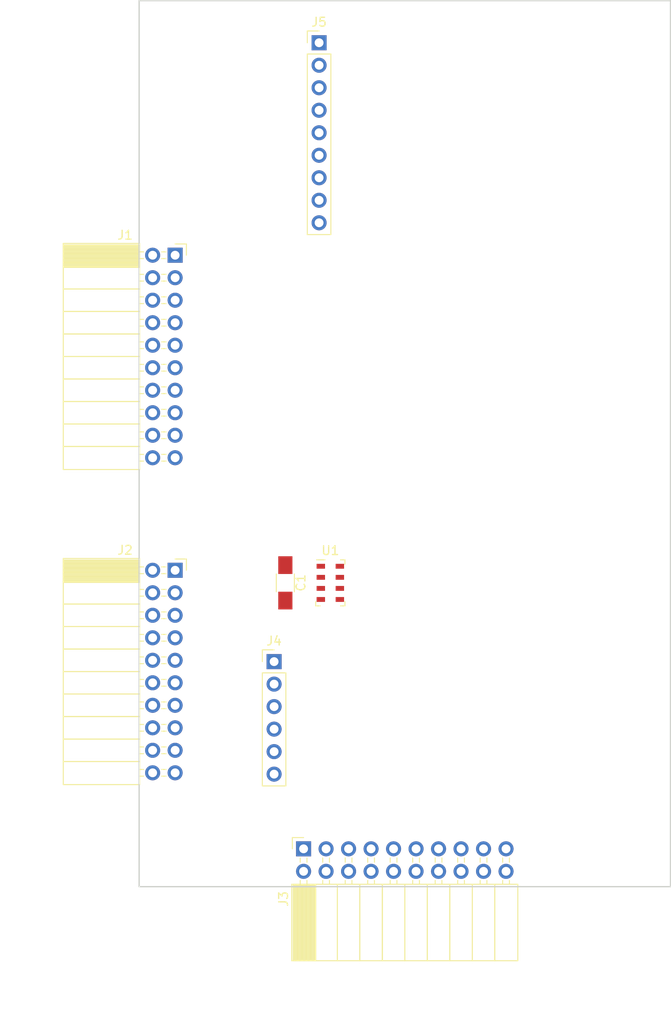
<source format=kicad_pcb>
(kicad_pcb (version 4) (host pcbnew 4.0.7)

  (general
    (links 31)
    (no_connects 31)
    (area 111.684999 42.164999 171.835001 142.315001)
    (thickness 1.6)
    (drawings 4)
    (tracks 0)
    (zones 0)
    (modules 7)
    (nets 55)
  )

  (page A4)
  (layers
    (0 F.Cu signal)
    (31 B.Cu signal)
    (32 B.Adhes user)
    (33 F.Adhes user)
    (34 B.Paste user)
    (35 F.Paste user)
    (36 B.SilkS user)
    (37 F.SilkS user)
    (38 B.Mask user)
    (39 F.Mask user)
    (40 Dwgs.User user)
    (41 Cmts.User user)
    (42 Eco1.User user)
    (43 Eco2.User user)
    (44 Edge.Cuts user)
    (45 Margin user)
    (46 B.CrtYd user)
    (47 F.CrtYd user)
    (48 B.Fab user)
    (49 F.Fab user)
  )

  (setup
    (last_trace_width 0.25)
    (trace_clearance 0.2)
    (zone_clearance 0.508)
    (zone_45_only no)
    (trace_min 0.2)
    (segment_width 0.2)
    (edge_width 0.15)
    (via_size 0.6)
    (via_drill 0.4)
    (via_min_size 0.4)
    (via_min_drill 0.3)
    (uvia_size 0.3)
    (uvia_drill 0.1)
    (uvias_allowed no)
    (uvia_min_size 0.2)
    (uvia_min_drill 0.1)
    (pcb_text_width 0.3)
    (pcb_text_size 1.5 1.5)
    (mod_edge_width 0.15)
    (mod_text_size 1 1)
    (mod_text_width 0.15)
    (pad_size 1.524 1.524)
    (pad_drill 0.762)
    (pad_to_mask_clearance 0.2)
    (aux_axis_origin 0 0)
    (grid_origin 111.76 142.24)
    (visible_elements FFFFFF7F)
    (pcbplotparams
      (layerselection 0x00030_80000001)
      (usegerberextensions false)
      (excludeedgelayer true)
      (linewidth 0.100000)
      (plotframeref false)
      (viasonmask false)
      (mode 1)
      (useauxorigin false)
      (hpglpennumber 1)
      (hpglpenspeed 20)
      (hpglpendiameter 15)
      (hpglpenoverlay 2)
      (psnegative false)
      (psa4output false)
      (plotreference true)
      (plotvalue true)
      (plotinvisibletext false)
      (padsonsilk false)
      (subtractmaskfromsilk false)
      (outputformat 1)
      (mirror false)
      (drillshape 1)
      (scaleselection 1)
      (outputdirectory ""))
  )

  (net 0 "")
  (net 1 +3V3)
  (net 2 GND)
  (net 3 "Net-(J1-Pad1)")
  (net 4 "Net-(J1-Pad3)")
  (net 5 "Net-(J1-Pad4)")
  (net 6 /PB06)
  (net 7 /PB07)
  (net 8 "Net-(J1-Pad7)")
  (net 9 "Net-(J1-Pad8)")
  (net 10 "Net-(J1-Pad9)")
  (net 11 /PA02)
  (net 12 TWI_SDA)
  (net 13 TWI_SCL)
  (net 14 GPS_TX)
  (net 15 GPS_RX)
  (net 16 "Net-(J1-Pad15)")
  (net 17 "Net-(J1-Pad16)")
  (net 18 "Net-(J1-Pad17)")
  (net 19 "Net-(J1-Pad18)")
  (net 20 "Net-(J2-Pad1)")
  (net 21 "Net-(J2-Pad3)")
  (net 22 "Net-(J2-Pad4)")
  (net 23 "Net-(J2-Pad5)")
  (net 24 "Net-(J2-Pad6)")
  (net 25 "Net-(J2-Pad7)")
  (net 26 "Net-(J2-Pad8)")
  (net 27 "Net-(J2-Pad9)")
  (net 28 "Net-(J2-Pad10)")
  (net 29 openlog_TX)
  (net 30 openlog_RX)
  (net 31 "Net-(J2-Pad15)")
  (net 32 "Net-(J2-Pad16)")
  (net 33 "Net-(J2-Pad17)")
  (net 34 "Net-(J2-Pad18)")
  (net 35 "Net-(J3-Pad1)")
  (net 36 "Net-(J3-Pad3)")
  (net 37 "Net-(J3-Pad4)")
  (net 38 "Net-(J3-Pad5)")
  (net 39 "Net-(J3-Pad6)")
  (net 40 "Net-(J3-Pad7)")
  (net 41 "Net-(J3-Pad8)")
  (net 42 "Net-(J3-Pad9)")
  (net 43 "Net-(J3-Pad10)")
  (net 44 "Net-(J3-Pad13)")
  (net 45 "Net-(J3-Pad14)")
  (net 46 "Net-(J3-Pad15)")
  (net 47 "Net-(J3-Pad16)")
  (net 48 "Net-(J3-Pad17)")
  (net 49 "Net-(J3-Pad18)")
  (net 50 "Net-(J4-Pad1)")
  (net 51 "Net-(J4-Pad6)")
  (net 52 "Net-(J5-Pad7)")
  (net 53 "Net-(J5-Pad9)")
  (net 54 "Net-(U1-Pad6)")

  (net_class Default "This is the default net class."
    (clearance 0.2)
    (trace_width 0.25)
    (via_dia 0.6)
    (via_drill 0.4)
    (uvia_dia 0.3)
    (uvia_drill 0.1)
    (add_net +3V3)
    (add_net /PA02)
    (add_net /PB06)
    (add_net /PB07)
    (add_net GND)
    (add_net GPS_RX)
    (add_net GPS_TX)
    (add_net "Net-(J1-Pad1)")
    (add_net "Net-(J1-Pad15)")
    (add_net "Net-(J1-Pad16)")
    (add_net "Net-(J1-Pad17)")
    (add_net "Net-(J1-Pad18)")
    (add_net "Net-(J1-Pad3)")
    (add_net "Net-(J1-Pad4)")
    (add_net "Net-(J1-Pad7)")
    (add_net "Net-(J1-Pad8)")
    (add_net "Net-(J1-Pad9)")
    (add_net "Net-(J2-Pad1)")
    (add_net "Net-(J2-Pad10)")
    (add_net "Net-(J2-Pad15)")
    (add_net "Net-(J2-Pad16)")
    (add_net "Net-(J2-Pad17)")
    (add_net "Net-(J2-Pad18)")
    (add_net "Net-(J2-Pad3)")
    (add_net "Net-(J2-Pad4)")
    (add_net "Net-(J2-Pad5)")
    (add_net "Net-(J2-Pad6)")
    (add_net "Net-(J2-Pad7)")
    (add_net "Net-(J2-Pad8)")
    (add_net "Net-(J2-Pad9)")
    (add_net "Net-(J3-Pad1)")
    (add_net "Net-(J3-Pad10)")
    (add_net "Net-(J3-Pad13)")
    (add_net "Net-(J3-Pad14)")
    (add_net "Net-(J3-Pad15)")
    (add_net "Net-(J3-Pad16)")
    (add_net "Net-(J3-Pad17)")
    (add_net "Net-(J3-Pad18)")
    (add_net "Net-(J3-Pad3)")
    (add_net "Net-(J3-Pad4)")
    (add_net "Net-(J3-Pad5)")
    (add_net "Net-(J3-Pad6)")
    (add_net "Net-(J3-Pad7)")
    (add_net "Net-(J3-Pad8)")
    (add_net "Net-(J3-Pad9)")
    (add_net "Net-(J4-Pad1)")
    (add_net "Net-(J4-Pad6)")
    (add_net "Net-(J5-Pad7)")
    (add_net "Net-(J5-Pad9)")
    (add_net "Net-(U1-Pad6)")
    (add_net TWI_SCL)
    (add_net TWI_SDA)
    (add_net openlog_RX)
    (add_net openlog_TX)
  )

  (module Socket_Strips:Socket_Strip_Angled_2x10_Pitch2.54mm (layer F.Cu) (tedit 58CD5449) (tstamp 5ACDB5A7)
    (at 141.76 139.24 90)
    (descr "Through hole angled socket strip, 2x10, 2.54mm pitch, 8.51mm socket length, double rows")
    (tags "Through hole angled socket strip THT 2x10 2.54mm double row")
    (path /5AB44C6C)
    (fp_text reference J3 (at -4.38 -13.7 90) (layer F.SilkS)
      (effects (font (size 1 1) (thickness 0.15)))
    )
    (fp_text value Xplained_Pro_Extension_Header_2x10 (at -4.38 13.7 90) (layer F.Fab)
      (effects (font (size 1 1) (thickness 0.15)))
    )
    (fp_line (start -2.79 -12.7) (end -2.79 -10.16) (layer F.Fab) (width 0.1))
    (fp_line (start -2.79 -10.16) (end -11.3 -10.16) (layer F.Fab) (width 0.1))
    (fp_line (start -11.3 -10.16) (end -11.3 -12.7) (layer F.Fab) (width 0.1))
    (fp_line (start -11.3 -12.7) (end -2.79 -12.7) (layer F.Fab) (width 0.1))
    (fp_line (start 1.27 -11.75) (end 1.27 -11.11) (layer F.Fab) (width 0.1))
    (fp_line (start 1.27 -11.11) (end -2.79 -11.11) (layer F.Fab) (width 0.1))
    (fp_line (start -2.79 -11.11) (end -2.79 -11.75) (layer F.Fab) (width 0.1))
    (fp_line (start -2.79 -11.75) (end 1.27 -11.75) (layer F.Fab) (width 0.1))
    (fp_line (start -2.79 -10.16) (end -2.79 -7.62) (layer F.Fab) (width 0.1))
    (fp_line (start -2.79 -7.62) (end -11.3 -7.62) (layer F.Fab) (width 0.1))
    (fp_line (start -11.3 -7.62) (end -11.3 -10.16) (layer F.Fab) (width 0.1))
    (fp_line (start -11.3 -10.16) (end -2.79 -10.16) (layer F.Fab) (width 0.1))
    (fp_line (start 1.27 -9.21) (end 1.27 -8.57) (layer F.Fab) (width 0.1))
    (fp_line (start 1.27 -8.57) (end -2.79 -8.57) (layer F.Fab) (width 0.1))
    (fp_line (start -2.79 -8.57) (end -2.79 -9.21) (layer F.Fab) (width 0.1))
    (fp_line (start -2.79 -9.21) (end 1.27 -9.21) (layer F.Fab) (width 0.1))
    (fp_line (start -2.79 -7.62) (end -2.79 -5.08) (layer F.Fab) (width 0.1))
    (fp_line (start -2.79 -5.08) (end -11.3 -5.08) (layer F.Fab) (width 0.1))
    (fp_line (start -11.3 -5.08) (end -11.3 -7.62) (layer F.Fab) (width 0.1))
    (fp_line (start -11.3 -7.62) (end -2.79 -7.62) (layer F.Fab) (width 0.1))
    (fp_line (start 1.27 -6.67) (end 1.27 -6.03) (layer F.Fab) (width 0.1))
    (fp_line (start 1.27 -6.03) (end -2.79 -6.03) (layer F.Fab) (width 0.1))
    (fp_line (start -2.79 -6.03) (end -2.79 -6.67) (layer F.Fab) (width 0.1))
    (fp_line (start -2.79 -6.67) (end 1.27 -6.67) (layer F.Fab) (width 0.1))
    (fp_line (start -2.79 -5.08) (end -2.79 -2.54) (layer F.Fab) (width 0.1))
    (fp_line (start -2.79 -2.54) (end -11.3 -2.54) (layer F.Fab) (width 0.1))
    (fp_line (start -11.3 -2.54) (end -11.3 -5.08) (layer F.Fab) (width 0.1))
    (fp_line (start -11.3 -5.08) (end -2.79 -5.08) (layer F.Fab) (width 0.1))
    (fp_line (start 1.27 -4.13) (end 1.27 -3.49) (layer F.Fab) (width 0.1))
    (fp_line (start 1.27 -3.49) (end -2.79 -3.49) (layer F.Fab) (width 0.1))
    (fp_line (start -2.79 -3.49) (end -2.79 -4.13) (layer F.Fab) (width 0.1))
    (fp_line (start -2.79 -4.13) (end 1.27 -4.13) (layer F.Fab) (width 0.1))
    (fp_line (start -2.79 -2.54) (end -2.79 0) (layer F.Fab) (width 0.1))
    (fp_line (start -2.79 0) (end -11.3 0) (layer F.Fab) (width 0.1))
    (fp_line (start -11.3 0) (end -11.3 -2.54) (layer F.Fab) (width 0.1))
    (fp_line (start -11.3 -2.54) (end -2.79 -2.54) (layer F.Fab) (width 0.1))
    (fp_line (start 1.27 -1.59) (end 1.27 -0.95) (layer F.Fab) (width 0.1))
    (fp_line (start 1.27 -0.95) (end -2.79 -0.95) (layer F.Fab) (width 0.1))
    (fp_line (start -2.79 -0.95) (end -2.79 -1.59) (layer F.Fab) (width 0.1))
    (fp_line (start -2.79 -1.59) (end 1.27 -1.59) (layer F.Fab) (width 0.1))
    (fp_line (start -2.79 0) (end -2.79 2.54) (layer F.Fab) (width 0.1))
    (fp_line (start -2.79 2.54) (end -11.3 2.54) (layer F.Fab) (width 0.1))
    (fp_line (start -11.3 2.54) (end -11.3 0) (layer F.Fab) (width 0.1))
    (fp_line (start -11.3 0) (end -2.79 0) (layer F.Fab) (width 0.1))
    (fp_line (start 1.27 0.95) (end 1.27 1.59) (layer F.Fab) (width 0.1))
    (fp_line (start 1.27 1.59) (end -2.79 1.59) (layer F.Fab) (width 0.1))
    (fp_line (start -2.79 1.59) (end -2.79 0.95) (layer F.Fab) (width 0.1))
    (fp_line (start -2.79 0.95) (end 1.27 0.95) (layer F.Fab) (width 0.1))
    (fp_line (start -2.79 2.54) (end -2.79 5.08) (layer F.Fab) (width 0.1))
    (fp_line (start -2.79 5.08) (end -11.3 5.08) (layer F.Fab) (width 0.1))
    (fp_line (start -11.3 5.08) (end -11.3 2.54) (layer F.Fab) (width 0.1))
    (fp_line (start -11.3 2.54) (end -2.79 2.54) (layer F.Fab) (width 0.1))
    (fp_line (start 1.27 3.49) (end 1.27 4.13) (layer F.Fab) (width 0.1))
    (fp_line (start 1.27 4.13) (end -2.79 4.13) (layer F.Fab) (width 0.1))
    (fp_line (start -2.79 4.13) (end -2.79 3.49) (layer F.Fab) (width 0.1))
    (fp_line (start -2.79 3.49) (end 1.27 3.49) (layer F.Fab) (width 0.1))
    (fp_line (start -2.79 5.08) (end -2.79 7.62) (layer F.Fab) (width 0.1))
    (fp_line (start -2.79 7.62) (end -11.3 7.62) (layer F.Fab) (width 0.1))
    (fp_line (start -11.3 7.62) (end -11.3 5.08) (layer F.Fab) (width 0.1))
    (fp_line (start -11.3 5.08) (end -2.79 5.08) (layer F.Fab) (width 0.1))
    (fp_line (start 1.27 6.03) (end 1.27 6.67) (layer F.Fab) (width 0.1))
    (fp_line (start 1.27 6.67) (end -2.79 6.67) (layer F.Fab) (width 0.1))
    (fp_line (start -2.79 6.67) (end -2.79 6.03) (layer F.Fab) (width 0.1))
    (fp_line (start -2.79 6.03) (end 1.27 6.03) (layer F.Fab) (width 0.1))
    (fp_line (start -2.79 7.62) (end -2.79 10.16) (layer F.Fab) (width 0.1))
    (fp_line (start -2.79 10.16) (end -11.3 10.16) (layer F.Fab) (width 0.1))
    (fp_line (start -11.3 10.16) (end -11.3 7.62) (layer F.Fab) (width 0.1))
    (fp_line (start -11.3 7.62) (end -2.79 7.62) (layer F.Fab) (width 0.1))
    (fp_line (start 1.27 8.57) (end 1.27 9.21) (layer F.Fab) (width 0.1))
    (fp_line (start 1.27 9.21) (end -2.79 9.21) (layer F.Fab) (width 0.1))
    (fp_line (start -2.79 9.21) (end -2.79 8.57) (layer F.Fab) (width 0.1))
    (fp_line (start -2.79 8.57) (end 1.27 8.57) (layer F.Fab) (width 0.1))
    (fp_line (start -2.79 10.16) (end -2.79 12.7) (layer F.Fab) (width 0.1))
    (fp_line (start -2.79 12.7) (end -11.3 12.7) (layer F.Fab) (width 0.1))
    (fp_line (start -11.3 12.7) (end -11.3 10.16) (layer F.Fab) (width 0.1))
    (fp_line (start -11.3 10.16) (end -2.79 10.16) (layer F.Fab) (width 0.1))
    (fp_line (start 1.27 11.11) (end 1.27 11.75) (layer F.Fab) (width 0.1))
    (fp_line (start 1.27 11.75) (end -2.79 11.75) (layer F.Fab) (width 0.1))
    (fp_line (start -2.79 11.75) (end -2.79 11.11) (layer F.Fab) (width 0.1))
    (fp_line (start -2.79 11.11) (end 1.27 11.11) (layer F.Fab) (width 0.1))
    (fp_line (start -2.73 -12.76) (end -2.73 -10.16) (layer F.SilkS) (width 0.12))
    (fp_line (start -2.73 -10.16) (end -11.36 -10.16) (layer F.SilkS) (width 0.12))
    (fp_line (start -11.36 -10.16) (end -11.36 -12.76) (layer F.SilkS) (width 0.12))
    (fp_line (start -11.36 -12.76) (end -2.73 -12.76) (layer F.SilkS) (width 0.12))
    (fp_line (start -2.3 -11.81) (end -2.73 -11.81) (layer F.SilkS) (width 0.12))
    (fp_line (start -2.3 -11.05) (end -2.73 -11.05) (layer F.SilkS) (width 0.12))
    (fp_line (start 0.24 -11.81) (end -0.24 -11.81) (layer F.SilkS) (width 0.12))
    (fp_line (start 0.24 -11.05) (end -0.24 -11.05) (layer F.SilkS) (width 0.12))
    (fp_line (start -2.73 -12.58) (end -11.36 -12.58) (layer F.SilkS) (width 0.12))
    (fp_line (start -2.73 -12.46) (end -11.36 -12.46) (layer F.SilkS) (width 0.12))
    (fp_line (start -2.73 -12.34) (end -11.36 -12.34) (layer F.SilkS) (width 0.12))
    (fp_line (start -2.73 -12.22) (end -11.36 -12.22) (layer F.SilkS) (width 0.12))
    (fp_line (start -2.73 -12.1) (end -11.36 -12.1) (layer F.SilkS) (width 0.12))
    (fp_line (start -2.73 -11.98) (end -11.36 -11.98) (layer F.SilkS) (width 0.12))
    (fp_line (start -2.73 -11.86) (end -11.36 -11.86) (layer F.SilkS) (width 0.12))
    (fp_line (start -2.73 -11.74) (end -11.36 -11.74) (layer F.SilkS) (width 0.12))
    (fp_line (start -2.73 -11.62) (end -11.36 -11.62) (layer F.SilkS) (width 0.12))
    (fp_line (start -2.73 -11.5) (end -11.36 -11.5) (layer F.SilkS) (width 0.12))
    (fp_line (start -2.73 -11.38) (end -11.36 -11.38) (layer F.SilkS) (width 0.12))
    (fp_line (start -2.73 -11.26) (end -11.36 -11.26) (layer F.SilkS) (width 0.12))
    (fp_line (start -2.73 -11.14) (end -11.36 -11.14) (layer F.SilkS) (width 0.12))
    (fp_line (start -2.73 -11.02) (end -11.36 -11.02) (layer F.SilkS) (width 0.12))
    (fp_line (start -2.73 -10.9) (end -11.36 -10.9) (layer F.SilkS) (width 0.12))
    (fp_line (start -2.73 -10.78) (end -11.36 -10.78) (layer F.SilkS) (width 0.12))
    (fp_line (start -2.73 -10.66) (end -11.36 -10.66) (layer F.SilkS) (width 0.12))
    (fp_line (start -2.73 -10.54) (end -11.36 -10.54) (layer F.SilkS) (width 0.12))
    (fp_line (start -2.73 -10.42) (end -11.36 -10.42) (layer F.SilkS) (width 0.12))
    (fp_line (start -2.73 -10.3) (end -11.36 -10.3) (layer F.SilkS) (width 0.12))
    (fp_line (start -2.73 -10.18) (end -11.36 -10.18) (layer F.SilkS) (width 0.12))
    (fp_line (start -2.73 -10.06) (end -11.36 -10.06) (layer F.SilkS) (width 0.12))
    (fp_line (start -2.73 -10.16) (end -2.73 -7.62) (layer F.SilkS) (width 0.12))
    (fp_line (start -2.73 -7.62) (end -11.36 -7.62) (layer F.SilkS) (width 0.12))
    (fp_line (start -11.36 -7.62) (end -11.36 -10.16) (layer F.SilkS) (width 0.12))
    (fp_line (start -11.36 -10.16) (end -2.73 -10.16) (layer F.SilkS) (width 0.12))
    (fp_line (start -2.3 -9.27) (end -2.73 -9.27) (layer F.SilkS) (width 0.12))
    (fp_line (start -2.3 -8.51) (end -2.73 -8.51) (layer F.SilkS) (width 0.12))
    (fp_line (start 0.24 -9.27) (end -0.24 -9.27) (layer F.SilkS) (width 0.12))
    (fp_line (start 0.24 -8.51) (end -0.24 -8.51) (layer F.SilkS) (width 0.12))
    (fp_line (start -2.73 -7.62) (end -2.73 -5.08) (layer F.SilkS) (width 0.12))
    (fp_line (start -2.73 -5.08) (end -11.36 -5.08) (layer F.SilkS) (width 0.12))
    (fp_line (start -11.36 -5.08) (end -11.36 -7.62) (layer F.SilkS) (width 0.12))
    (fp_line (start -11.36 -7.62) (end -2.73 -7.62) (layer F.SilkS) (width 0.12))
    (fp_line (start -2.3 -6.73) (end -2.73 -6.73) (layer F.SilkS) (width 0.12))
    (fp_line (start -2.3 -5.97) (end -2.73 -5.97) (layer F.SilkS) (width 0.12))
    (fp_line (start 0.24 -6.73) (end -0.24 -6.73) (layer F.SilkS) (width 0.12))
    (fp_line (start 0.24 -5.97) (end -0.24 -5.97) (layer F.SilkS) (width 0.12))
    (fp_line (start -2.73 -5.08) (end -2.73 -2.54) (layer F.SilkS) (width 0.12))
    (fp_line (start -2.73 -2.54) (end -11.36 -2.54) (layer F.SilkS) (width 0.12))
    (fp_line (start -11.36 -2.54) (end -11.36 -5.08) (layer F.SilkS) (width 0.12))
    (fp_line (start -11.36 -5.08) (end -2.73 -5.08) (layer F.SilkS) (width 0.12))
    (fp_line (start -2.3 -4.19) (end -2.73 -4.19) (layer F.SilkS) (width 0.12))
    (fp_line (start -2.3 -3.43) (end -2.73 -3.43) (layer F.SilkS) (width 0.12))
    (fp_line (start 0.24 -4.19) (end -0.24 -4.19) (layer F.SilkS) (width 0.12))
    (fp_line (start 0.24 -3.43) (end -0.24 -3.43) (layer F.SilkS) (width 0.12))
    (fp_line (start -2.73 -2.54) (end -2.73 0) (layer F.SilkS) (width 0.12))
    (fp_line (start -2.73 0) (end -11.36 0) (layer F.SilkS) (width 0.12))
    (fp_line (start -11.36 0) (end -11.36 -2.54) (layer F.SilkS) (width 0.12))
    (fp_line (start -11.36 -2.54) (end -2.73 -2.54) (layer F.SilkS) (width 0.12))
    (fp_line (start -2.3 -1.65) (end -2.73 -1.65) (layer F.SilkS) (width 0.12))
    (fp_line (start -2.3 -0.89) (end -2.73 -0.89) (layer F.SilkS) (width 0.12))
    (fp_line (start 0.24 -1.65) (end -0.24 -1.65) (layer F.SilkS) (width 0.12))
    (fp_line (start 0.24 -0.89) (end -0.24 -0.89) (layer F.SilkS) (width 0.12))
    (fp_line (start -2.73 0) (end -2.73 2.54) (layer F.SilkS) (width 0.12))
    (fp_line (start -2.73 2.54) (end -11.36 2.54) (layer F.SilkS) (width 0.12))
    (fp_line (start -11.36 2.54) (end -11.36 0) (layer F.SilkS) (width 0.12))
    (fp_line (start -11.36 0) (end -2.73 0) (layer F.SilkS) (width 0.12))
    (fp_line (start -2.3 0.89) (end -2.73 0.89) (layer F.SilkS) (width 0.12))
    (fp_line (start -2.3 1.65) (end -2.73 1.65) (layer F.SilkS) (width 0.12))
    (fp_line (start 0.24 0.89) (end -0.24 0.89) (layer F.SilkS) (width 0.12))
    (fp_line (start 0.24 1.65) (end -0.24 1.65) (layer F.SilkS) (width 0.12))
    (fp_line (start -2.73 2.54) (end -2.73 5.08) (layer F.SilkS) (width 0.12))
    (fp_line (start -2.73 5.08) (end -11.36 5.08) (layer F.SilkS) (width 0.12))
    (fp_line (start -11.36 5.08) (end -11.36 2.54) (layer F.SilkS) (width 0.12))
    (fp_line (start -11.36 2.54) (end -2.73 2.54) (layer F.SilkS) (width 0.12))
    (fp_line (start -2.3 3.43) (end -2.73 3.43) (layer F.SilkS) (width 0.12))
    (fp_line (start -2.3 4.19) (end -2.73 4.19) (layer F.SilkS) (width 0.12))
    (fp_line (start 0.24 3.43) (end -0.24 3.43) (layer F.SilkS) (width 0.12))
    (fp_line (start 0.24 4.19) (end -0.24 4.19) (layer F.SilkS) (width 0.12))
    (fp_line (start -2.73 5.08) (end -2.73 7.62) (layer F.SilkS) (width 0.12))
    (fp_line (start -2.73 7.62) (end -11.36 7.62) (layer F.SilkS) (width 0.12))
    (fp_line (start -11.36 7.62) (end -11.36 5.08) (layer F.SilkS) (width 0.12))
    (fp_line (start -11.36 5.08) (end -2.73 5.08) (layer F.SilkS) (width 0.12))
    (fp_line (start -2.3 5.97) (end -2.73 5.97) (layer F.SilkS) (width 0.12))
    (fp_line (start -2.3 6.73) (end -2.73 6.73) (layer F.SilkS) (width 0.12))
    (fp_line (start 0.24 5.97) (end -0.24 5.97) (layer F.SilkS) (width 0.12))
    (fp_line (start 0.24 6.73) (end -0.24 6.73) (layer F.SilkS) (width 0.12))
    (fp_line (start -2.73 7.62) (end -2.73 10.16) (layer F.SilkS) (width 0.12))
    (fp_line (start -2.73 10.16) (end -11.36 10.16) (layer F.SilkS) (width 0.12))
    (fp_line (start -11.36 10.16) (end -11.36 7.62) (layer F.SilkS) (width 0.12))
    (fp_line (start -11.36 7.62) (end -2.73 7.62) (layer F.SilkS) (width 0.12))
    (fp_line (start -2.3 8.51) (end -2.73 8.51) (layer F.SilkS) (width 0.12))
    (fp_line (start -2.3 9.27) (end -2.73 9.27) (layer F.SilkS) (width 0.12))
    (fp_line (start 0.24 8.51) (end -0.24 8.51) (layer F.SilkS) (width 0.12))
    (fp_line (start 0.24 9.27) (end -0.24 9.27) (layer F.SilkS) (width 0.12))
    (fp_line (start -2.73 10.16) (end -2.73 12.76) (layer F.SilkS) (width 0.12))
    (fp_line (start -2.73 12.76) (end -11.36 12.76) (layer F.SilkS) (width 0.12))
    (fp_line (start -11.36 12.76) (end -11.36 10.16) (layer F.SilkS) (width 0.12))
    (fp_line (start -11.36 10.16) (end -2.73 10.16) (layer F.SilkS) (width 0.12))
    (fp_line (start -2.3 11.05) (end -2.73 11.05) (layer F.SilkS) (width 0.12))
    (fp_line (start -2.3 11.81) (end -2.73 11.81) (layer F.SilkS) (width 0.12))
    (fp_line (start 0.24 11.05) (end -0.24 11.05) (layer F.SilkS) (width 0.12))
    (fp_line (start 0.24 11.81) (end -0.24 11.81) (layer F.SilkS) (width 0.12))
    (fp_line (start 1.27 -12.7) (end 2.54 -12.7) (layer F.SilkS) (width 0.12))
    (fp_line (start 2.54 -12.7) (end 2.54 -11.43) (layer F.SilkS) (width 0.12))
    (fp_line (start 3.07 -13.23) (end 3.07 13.22) (layer F.CrtYd) (width 0.05))
    (fp_line (start 3.07 13.22) (end -11.83 13.22) (layer F.CrtYd) (width 0.05))
    (fp_line (start -11.83 13.22) (end -11.83 -13.23) (layer F.CrtYd) (width 0.05))
    (fp_line (start -11.83 -13.23) (end 3.07 -13.23) (layer F.CrtYd) (width 0.05))
    (fp_text user %R (at -4.38 -13.7 90) (layer F.Fab)
      (effects (font (size 1 1) (thickness 0.15)))
    )
    (pad 1 thru_hole rect (at 1.27 -11.43 90) (size 1.7 1.7) (drill 1) (layers *.Cu *.Mask)
      (net 35 "Net-(J3-Pad1)"))
    (pad 2 thru_hole oval (at -1.27 -11.43 90) (size 1.7 1.7) (drill 1) (layers *.Cu *.Mask)
      (net 2 GND))
    (pad 3 thru_hole oval (at 1.27 -8.89 90) (size 1.7 1.7) (drill 1) (layers *.Cu *.Mask)
      (net 36 "Net-(J3-Pad3)"))
    (pad 4 thru_hole oval (at -1.27 -8.89 90) (size 1.7 1.7) (drill 1) (layers *.Cu *.Mask)
      (net 37 "Net-(J3-Pad4)"))
    (pad 5 thru_hole oval (at 1.27 -6.35 90) (size 1.7 1.7) (drill 1) (layers *.Cu *.Mask)
      (net 38 "Net-(J3-Pad5)"))
    (pad 6 thru_hole oval (at -1.27 -6.35 90) (size 1.7 1.7) (drill 1) (layers *.Cu *.Mask)
      (net 39 "Net-(J3-Pad6)"))
    (pad 7 thru_hole oval (at 1.27 -3.81 90) (size 1.7 1.7) (drill 1) (layers *.Cu *.Mask)
      (net 40 "Net-(J3-Pad7)"))
    (pad 8 thru_hole oval (at -1.27 -3.81 90) (size 1.7 1.7) (drill 1) (layers *.Cu *.Mask)
      (net 41 "Net-(J3-Pad8)"))
    (pad 9 thru_hole oval (at 1.27 -1.27 90) (size 1.7 1.7) (drill 1) (layers *.Cu *.Mask)
      (net 42 "Net-(J3-Pad9)"))
    (pad 10 thru_hole oval (at -1.27 -1.27 90) (size 1.7 1.7) (drill 1) (layers *.Cu *.Mask)
      (net 43 "Net-(J3-Pad10)"))
    (pad 11 thru_hole oval (at 1.27 1.27 90) (size 1.7 1.7) (drill 1) (layers *.Cu *.Mask)
      (net 12 TWI_SDA))
    (pad 12 thru_hole oval (at -1.27 1.27 90) (size 1.7 1.7) (drill 1) (layers *.Cu *.Mask)
      (net 13 TWI_SCL))
    (pad 13 thru_hole oval (at 1.27 3.81 90) (size 1.7 1.7) (drill 1) (layers *.Cu *.Mask)
      (net 44 "Net-(J3-Pad13)"))
    (pad 14 thru_hole oval (at -1.27 3.81 90) (size 1.7 1.7) (drill 1) (layers *.Cu *.Mask)
      (net 45 "Net-(J3-Pad14)"))
    (pad 15 thru_hole oval (at 1.27 6.35 90) (size 1.7 1.7) (drill 1) (layers *.Cu *.Mask)
      (net 46 "Net-(J3-Pad15)"))
    (pad 16 thru_hole oval (at -1.27 6.35 90) (size 1.7 1.7) (drill 1) (layers *.Cu *.Mask)
      (net 47 "Net-(J3-Pad16)"))
    (pad 17 thru_hole oval (at 1.27 8.89 90) (size 1.7 1.7) (drill 1) (layers *.Cu *.Mask)
      (net 48 "Net-(J3-Pad17)"))
    (pad 18 thru_hole oval (at -1.27 8.89 90) (size 1.7 1.7) (drill 1) (layers *.Cu *.Mask)
      (net 49 "Net-(J3-Pad18)"))
    (pad 19 thru_hole oval (at 1.27 11.43 90) (size 1.7 1.7) (drill 1) (layers *.Cu *.Mask)
      (net 2 GND))
    (pad 20 thru_hole oval (at -1.27 11.43 90) (size 1.7 1.7) (drill 1) (layers *.Cu *.Mask)
      (net 1 +3V3))
    (model ${KISYS3DMOD}/Socket_Strips.3dshapes/Socket_Strip_Angled_2x10_Pitch2.54mm.wrl
      (at (xyz -0.05 -0.45 0))
      (scale (xyz 1 1 1))
      (rotate (xyz 0 0 270))
    )
  )

  (module Capacitors_SMD:C_1206_HandSoldering (layer F.Cu) (tedit 58AA84D1) (tstamp 5ACDB328)
    (at 128.27 107.95 270)
    (descr "Capacitor SMD 1206, hand soldering")
    (tags "capacitor 1206")
    (path /5ACD5730)
    (attr smd)
    (fp_text reference C1 (at 0 -1.75 270) (layer F.SilkS)
      (effects (font (size 1 1) (thickness 0.15)))
    )
    (fp_text value 100nF (at 0 2 270) (layer F.Fab)
      (effects (font (size 1 1) (thickness 0.15)))
    )
    (fp_text user %R (at 0 -1.75 270) (layer F.Fab)
      (effects (font (size 1 1) (thickness 0.15)))
    )
    (fp_line (start -1.6 0.8) (end -1.6 -0.8) (layer F.Fab) (width 0.1))
    (fp_line (start 1.6 0.8) (end -1.6 0.8) (layer F.Fab) (width 0.1))
    (fp_line (start 1.6 -0.8) (end 1.6 0.8) (layer F.Fab) (width 0.1))
    (fp_line (start -1.6 -0.8) (end 1.6 -0.8) (layer F.Fab) (width 0.1))
    (fp_line (start 1 -1.02) (end -1 -1.02) (layer F.SilkS) (width 0.12))
    (fp_line (start -1 1.02) (end 1 1.02) (layer F.SilkS) (width 0.12))
    (fp_line (start -3.25 -1.05) (end 3.25 -1.05) (layer F.CrtYd) (width 0.05))
    (fp_line (start -3.25 -1.05) (end -3.25 1.05) (layer F.CrtYd) (width 0.05))
    (fp_line (start 3.25 1.05) (end 3.25 -1.05) (layer F.CrtYd) (width 0.05))
    (fp_line (start 3.25 1.05) (end -3.25 1.05) (layer F.CrtYd) (width 0.05))
    (pad 1 smd rect (at -2 0 270) (size 2 1.6) (layers F.Cu F.Paste F.Mask)
      (net 1 +3V3))
    (pad 2 smd rect (at 2 0 270) (size 2 1.6) (layers F.Cu F.Paste F.Mask)
      (net 2 GND))
    (model Capacitors_SMD.3dshapes/C_1206.wrl
      (at (xyz 0 0 0))
      (scale (xyz 1 1 1))
      (rotate (xyz 0 0 0))
    )
  )

  (module Socket_Strips:Socket_Strip_Straight_1x06_Pitch2.54mm (layer F.Cu) (tedit 58CD5446) (tstamp 5ACDB5C0)
    (at 127 116.84)
    (descr "Through hole straight socket strip, 1x06, 2.54mm pitch, single row")
    (tags "Through hole socket strip THT 1x06 2.54mm single row")
    (path /5ACDDEA5)
    (fp_text reference J4 (at 0 -2.33) (layer F.SilkS)
      (effects (font (size 1 1) (thickness 0.15)))
    )
    (fp_text value OpenLog_01x06 (at 0 15.03) (layer F.Fab)
      (effects (font (size 1 1) (thickness 0.15)))
    )
    (fp_line (start -1.27 -1.27) (end -1.27 13.97) (layer F.Fab) (width 0.1))
    (fp_line (start -1.27 13.97) (end 1.27 13.97) (layer F.Fab) (width 0.1))
    (fp_line (start 1.27 13.97) (end 1.27 -1.27) (layer F.Fab) (width 0.1))
    (fp_line (start 1.27 -1.27) (end -1.27 -1.27) (layer F.Fab) (width 0.1))
    (fp_line (start -1.33 1.27) (end -1.33 14.03) (layer F.SilkS) (width 0.12))
    (fp_line (start -1.33 14.03) (end 1.33 14.03) (layer F.SilkS) (width 0.12))
    (fp_line (start 1.33 14.03) (end 1.33 1.27) (layer F.SilkS) (width 0.12))
    (fp_line (start 1.33 1.27) (end -1.33 1.27) (layer F.SilkS) (width 0.12))
    (fp_line (start -1.33 0) (end -1.33 -1.33) (layer F.SilkS) (width 0.12))
    (fp_line (start -1.33 -1.33) (end 0 -1.33) (layer F.SilkS) (width 0.12))
    (fp_line (start -1.8 -1.8) (end -1.8 14.5) (layer F.CrtYd) (width 0.05))
    (fp_line (start -1.8 14.5) (end 1.8 14.5) (layer F.CrtYd) (width 0.05))
    (fp_line (start 1.8 14.5) (end 1.8 -1.8) (layer F.CrtYd) (width 0.05))
    (fp_line (start 1.8 -1.8) (end -1.8 -1.8) (layer F.CrtYd) (width 0.05))
    (fp_text user %R (at 0 -2.33) (layer F.Fab)
      (effects (font (size 1 1) (thickness 0.15)))
    )
    (pad 1 thru_hole rect (at 0 0) (size 1.7 1.7) (drill 1) (layers *.Cu *.Mask)
      (net 50 "Net-(J4-Pad1)"))
    (pad 2 thru_hole oval (at 0 2.54) (size 1.7 1.7) (drill 1) (layers *.Cu *.Mask)
      (net 30 openlog_RX))
    (pad 3 thru_hole oval (at 0 5.08) (size 1.7 1.7) (drill 1) (layers *.Cu *.Mask)
      (net 29 openlog_TX))
    (pad 4 thru_hole oval (at 0 7.62) (size 1.7 1.7) (drill 1) (layers *.Cu *.Mask)
      (net 1 +3V3))
    (pad 5 thru_hole oval (at 0 10.16) (size 1.7 1.7) (drill 1) (layers *.Cu *.Mask)
      (net 2 GND))
    (pad 6 thru_hole oval (at 0 12.7) (size 1.7 1.7) (drill 1) (layers *.Cu *.Mask)
      (net 51 "Net-(J4-Pad6)"))
    (model ${KISYS3DMOD}/Socket_Strips.3dshapes/Socket_Strip_Straight_1x06_Pitch2.54mm.wrl
      (at (xyz 0 -0.25 0))
      (scale (xyz 1 1 1))
      (rotate (xyz 0 0 270))
    )
  )

  (module Socket_Strips:Socket_Strip_Straight_1x09_Pitch2.54mm (layer F.Cu) (tedit 58CD5446) (tstamp 5ACDB5DC)
    (at 132.08 46.99)
    (descr "Through hole straight socket strip, 1x09, 2.54mm pitch, single row")
    (tags "Through hole socket strip THT 1x09 2.54mm single row")
    (path /5ACD85F9)
    (fp_text reference J5 (at 0 -2.33) (layer F.SilkS)
      (effects (font (size 1 1) (thickness 0.15)))
    )
    (fp_text value ultimate_gps_header_1x9 (at 0 22.65) (layer F.Fab)
      (effects (font (size 1 1) (thickness 0.15)))
    )
    (fp_line (start -1.27 -1.27) (end -1.27 21.59) (layer F.Fab) (width 0.1))
    (fp_line (start -1.27 21.59) (end 1.27 21.59) (layer F.Fab) (width 0.1))
    (fp_line (start 1.27 21.59) (end 1.27 -1.27) (layer F.Fab) (width 0.1))
    (fp_line (start 1.27 -1.27) (end -1.27 -1.27) (layer F.Fab) (width 0.1))
    (fp_line (start -1.33 1.27) (end -1.33 21.65) (layer F.SilkS) (width 0.12))
    (fp_line (start -1.33 21.65) (end 1.33 21.65) (layer F.SilkS) (width 0.12))
    (fp_line (start 1.33 21.65) (end 1.33 1.27) (layer F.SilkS) (width 0.12))
    (fp_line (start 1.33 1.27) (end -1.33 1.27) (layer F.SilkS) (width 0.12))
    (fp_line (start -1.33 0) (end -1.33 -1.33) (layer F.SilkS) (width 0.12))
    (fp_line (start -1.33 -1.33) (end 0 -1.33) (layer F.SilkS) (width 0.12))
    (fp_line (start -1.8 -1.8) (end -1.8 22.1) (layer F.CrtYd) (width 0.05))
    (fp_line (start -1.8 22.1) (end 1.8 22.1) (layer F.CrtYd) (width 0.05))
    (fp_line (start 1.8 22.1) (end 1.8 -1.8) (layer F.CrtYd) (width 0.05))
    (fp_line (start 1.8 -1.8) (end -1.8 -1.8) (layer F.CrtYd) (width 0.05))
    (fp_text user %R (at 0 -2.33) (layer F.Fab)
      (effects (font (size 1 1) (thickness 0.15)))
    )
    (pad 1 thru_hole rect (at 0 0) (size 1.7 1.7) (drill 1) (layers *.Cu *.Mask)
      (net 7 /PB07))
    (pad 2 thru_hole oval (at 0 2.54) (size 1.7 1.7) (drill 1) (layers *.Cu *.Mask)
      (net 1 +3V3))
    (pad 3 thru_hole oval (at 0 5.08) (size 1.7 1.7) (drill 1) (layers *.Cu *.Mask)
      (net 2 GND))
    (pad 4 thru_hole oval (at 0 7.62) (size 1.7 1.7) (drill 1) (layers *.Cu *.Mask)
      (net 15 GPS_RX))
    (pad 5 thru_hole oval (at 0 10.16) (size 1.7 1.7) (drill 1) (layers *.Cu *.Mask)
      (net 14 GPS_TX))
    (pad 6 thru_hole oval (at 0 12.7) (size 1.7 1.7) (drill 1) (layers *.Cu *.Mask)
      (net 11 /PA02))
    (pad 7 thru_hole oval (at 0 15.24) (size 1.7 1.7) (drill 1) (layers *.Cu *.Mask)
      (net 52 "Net-(J5-Pad7)"))
    (pad 8 thru_hole oval (at 0 17.78) (size 1.7 1.7) (drill 1) (layers *.Cu *.Mask)
      (net 6 /PB06))
    (pad 9 thru_hole oval (at 0 20.32) (size 1.7 1.7) (drill 1) (layers *.Cu *.Mask)
      (net 53 "Net-(J5-Pad9)"))
    (model ${KISYS3DMOD}/Socket_Strips.3dshapes/Socket_Strip_Straight_1x09_Pitch2.54mm.wrl
      (at (xyz 0 -0.4 0))
      (scale (xyz 1 1 1))
      (rotate (xyz 0 0 270))
    )
  )

  (module Housings_LGA:LGA-8_3x5mm_Pitch1.25mm (layer F.Cu) (tedit 58F5251A) (tstamp 5ACDB5E8)
    (at 133.35 107.95)
    (descr LGA-8)
    (tags "lga land grid array")
    (path /5ACD4542)
    (attr smd)
    (fp_text reference U1 (at 0 -3.65) (layer F.SilkS)
      (effects (font (size 1 1) (thickness 0.15)))
    )
    (fp_text value ms5611 (at 0 3.65) (layer F.Fab)
      (effects (font (size 1 1) (thickness 0.15)))
    )
    (fp_text user %R (at 0 0) (layer F.Fab)
      (effects (font (size 0.5 0.5) (thickness 0.075)))
    )
    (fp_line (start 1.5 -2.5) (end 1.5 2.5) (layer F.Fab) (width 0.1))
    (fp_line (start 1.5 2.5) (end -1.5 2.5) (layer F.Fab) (width 0.1))
    (fp_line (start -1.5 2.5) (end -1.5 -1.75) (layer F.Fab) (width 0.1))
    (fp_line (start -1.5 -1.75) (end -0.75 -2.5) (layer F.Fab) (width 0.1))
    (fp_line (start -0.75 -2.5) (end 1.5 -2.5) (layer F.Fab) (width 0.1))
    (fp_line (start 1.15 -2.6) (end 1.65 -2.6) (layer F.SilkS) (width 0.12))
    (fp_line (start 1.65 -2.6) (end 1.65 -2.1) (layer F.SilkS) (width 0.12))
    (fp_line (start 1.65 2.1) (end 1.65 2.6) (layer F.SilkS) (width 0.12))
    (fp_line (start 1.65 2.6) (end 1.15 2.6) (layer F.SilkS) (width 0.12))
    (fp_line (start -1.15 2.6) (end -1.65 2.6) (layer F.SilkS) (width 0.12))
    (fp_line (start -1.65 2.6) (end -1.65 2.1) (layer F.SilkS) (width 0.12))
    (fp_line (start -1.55 -2.6) (end -0.6 -2.6) (layer F.SilkS) (width 0.12))
    (fp_line (start -1.8 -2.75) (end 1.8 -2.75) (layer F.CrtYd) (width 0.05))
    (fp_line (start -1.8 -2.75) (end -1.8 2.75) (layer F.CrtYd) (width 0.05))
    (fp_line (start 1.8 2.75) (end 1.8 -2.75) (layer F.CrtYd) (width 0.05))
    (fp_line (start 1.8 2.75) (end -1.8 2.75) (layer F.CrtYd) (width 0.05))
    (pad 4 smd rect (at -1.075 1.875) (size 0.95 0.55) (layers F.Cu F.Paste F.Mask)
      (net 2 GND))
    (pad 1 smd rect (at -1.075 -1.875) (size 0.95 0.55) (layers F.Cu F.Paste F.Mask)
      (net 1 +3V3))
    (pad 2 smd rect (at -1.075 -0.625) (size 0.95 0.55) (layers F.Cu F.Paste F.Mask)
      (net 1 +3V3))
    (pad 3 smd rect (at -1.075 0.625) (size 0.95 0.55) (layers F.Cu F.Paste F.Mask)
      (net 2 GND))
    (pad 8 smd rect (at 1.075 -1.875) (size 0.95 0.55) (layers F.Cu F.Paste F.Mask)
      (net 13 TWI_SCL))
    (pad 7 smd rect (at 1.075 -0.625) (size 0.95 0.55) (layers F.Cu F.Paste F.Mask)
      (net 12 TWI_SDA))
    (pad 6 smd rect (at 1.075 0.625) (size 0.95 0.55) (layers F.Cu F.Paste F.Mask)
      (net 54 "Net-(U1-Pad6)"))
    (pad 5 smd rect (at 1.075 1.875) (size 0.95 0.55) (layers F.Cu F.Paste F.Mask)
      (net 2 GND))
    (model ${KISYS3DMOD}/Housings_LGA.3dshapes/LGA-8_3x5mm_Pitch1.25mm.wrl
      (at (xyz 0 0 0))
      (scale (xyz 1 1 1))
      (rotate (xyz 0 0 0))
    )
  )

  (module jdk:Socket_Strip_Angled_2x10_Pitch2.54mm (layer F.Cu) (tedit 58CD5449) (tstamp 5ACDB4D2)
    (at 114.554 117.96)
    (descr "Through hole angled socket strip, 2x10, 2.54mm pitch, 8.51mm socket length, double rows")
    (tags "Through hole angled socket strip THT 2x10 2.54mm double row")
    (path /5AB44C00)
    (fp_text reference J2 (at -4.38 -13.7) (layer F.SilkS)
      (effects (font (size 1 1) (thickness 0.15)))
    )
    (fp_text value Xplained_Pro_Extension_Header_2x10 (at -4.38 13.7) (layer F.Fab)
      (effects (font (size 1 1) (thickness 0.15)))
    )
    (fp_line (start -2.79 -12.7) (end -2.79 -10.16) (layer F.Fab) (width 0.1))
    (fp_line (start -2.79 -10.16) (end -11.3 -10.16) (layer F.Fab) (width 0.1))
    (fp_line (start -11.3 -10.16) (end -11.3 -12.7) (layer F.Fab) (width 0.1))
    (fp_line (start -11.3 -12.7) (end -2.79 -12.7) (layer F.Fab) (width 0.1))
    (fp_line (start 1.27 -11.75) (end 1.27 -11.11) (layer F.Fab) (width 0.1))
    (fp_line (start 1.27 -11.11) (end -2.79 -11.11) (layer F.Fab) (width 0.1))
    (fp_line (start -2.79 -11.11) (end -2.79 -11.75) (layer F.Fab) (width 0.1))
    (fp_line (start -2.79 -11.75) (end 1.27 -11.75) (layer F.Fab) (width 0.1))
    (fp_line (start -2.79 -10.16) (end -2.79 -7.62) (layer F.Fab) (width 0.1))
    (fp_line (start -2.79 -7.62) (end -11.3 -7.62) (layer F.Fab) (width 0.1))
    (fp_line (start -11.3 -7.62) (end -11.3 -10.16) (layer F.Fab) (width 0.1))
    (fp_line (start -11.3 -10.16) (end -2.79 -10.16) (layer F.Fab) (width 0.1))
    (fp_line (start 1.27 -9.21) (end 1.27 -8.57) (layer F.Fab) (width 0.1))
    (fp_line (start 1.27 -8.57) (end -2.79 -8.57) (layer F.Fab) (width 0.1))
    (fp_line (start -2.79 -8.57) (end -2.79 -9.21) (layer F.Fab) (width 0.1))
    (fp_line (start -2.79 -9.21) (end 1.27 -9.21) (layer F.Fab) (width 0.1))
    (fp_line (start -2.79 -7.62) (end -2.79 -5.08) (layer F.Fab) (width 0.1))
    (fp_line (start -2.79 -5.08) (end -11.3 -5.08) (layer F.Fab) (width 0.1))
    (fp_line (start -11.3 -5.08) (end -11.3 -7.62) (layer F.Fab) (width 0.1))
    (fp_line (start -11.3 -7.62) (end -2.79 -7.62) (layer F.Fab) (width 0.1))
    (fp_line (start 1.27 -6.67) (end 1.27 -6.03) (layer F.Fab) (width 0.1))
    (fp_line (start 1.27 -6.03) (end -2.79 -6.03) (layer F.Fab) (width 0.1))
    (fp_line (start -2.79 -6.03) (end -2.79 -6.67) (layer F.Fab) (width 0.1))
    (fp_line (start -2.79 -6.67) (end 1.27 -6.67) (layer F.Fab) (width 0.1))
    (fp_line (start -2.79 -5.08) (end -2.79 -2.54) (layer F.Fab) (width 0.1))
    (fp_line (start -2.79 -2.54) (end -11.3 -2.54) (layer F.Fab) (width 0.1))
    (fp_line (start -11.3 -2.54) (end -11.3 -5.08) (layer F.Fab) (width 0.1))
    (fp_line (start -11.3 -5.08) (end -2.79 -5.08) (layer F.Fab) (width 0.1))
    (fp_line (start 1.27 -4.13) (end 1.27 -3.49) (layer F.Fab) (width 0.1))
    (fp_line (start 1.27 -3.49) (end -2.79 -3.49) (layer F.Fab) (width 0.1))
    (fp_line (start -2.79 -3.49) (end -2.79 -4.13) (layer F.Fab) (width 0.1))
    (fp_line (start -2.79 -4.13) (end 1.27 -4.13) (layer F.Fab) (width 0.1))
    (fp_line (start -2.79 -2.54) (end -2.79 0) (layer F.Fab) (width 0.1))
    (fp_line (start -2.79 0) (end -11.3 0) (layer F.Fab) (width 0.1))
    (fp_line (start -11.3 0) (end -11.3 -2.54) (layer F.Fab) (width 0.1))
    (fp_line (start -11.3 -2.54) (end -2.79 -2.54) (layer F.Fab) (width 0.1))
    (fp_line (start 1.27 -1.59) (end 1.27 -0.95) (layer F.Fab) (width 0.1))
    (fp_line (start 1.27 -0.95) (end -2.79 -0.95) (layer F.Fab) (width 0.1))
    (fp_line (start -2.79 -0.95) (end -2.79 -1.59) (layer F.Fab) (width 0.1))
    (fp_line (start -2.79 -1.59) (end 1.27 -1.59) (layer F.Fab) (width 0.1))
    (fp_line (start -2.79 0) (end -2.79 2.54) (layer F.Fab) (width 0.1))
    (fp_line (start -2.79 2.54) (end -11.3 2.54) (layer F.Fab) (width 0.1))
    (fp_line (start -11.3 2.54) (end -11.3 0) (layer F.Fab) (width 0.1))
    (fp_line (start -11.3 0) (end -2.79 0) (layer F.Fab) (width 0.1))
    (fp_line (start 1.27 0.95) (end 1.27 1.59) (layer F.Fab) (width 0.1))
    (fp_line (start 1.27 1.59) (end -2.79 1.59) (layer F.Fab) (width 0.1))
    (fp_line (start -2.79 1.59) (end -2.79 0.95) (layer F.Fab) (width 0.1))
    (fp_line (start -2.79 0.95) (end 1.27 0.95) (layer F.Fab) (width 0.1))
    (fp_line (start -2.79 2.54) (end -2.79 5.08) (layer F.Fab) (width 0.1))
    (fp_line (start -2.79 5.08) (end -11.3 5.08) (layer F.Fab) (width 0.1))
    (fp_line (start -11.3 5.08) (end -11.3 2.54) (layer F.Fab) (width 0.1))
    (fp_line (start -11.3 2.54) (end -2.79 2.54) (layer F.Fab) (width 0.1))
    (fp_line (start 1.27 3.49) (end 1.27 4.13) (layer F.Fab) (width 0.1))
    (fp_line (start 1.27 4.13) (end -2.79 4.13) (layer F.Fab) (width 0.1))
    (fp_line (start -2.79 4.13) (end -2.79 3.49) (layer F.Fab) (width 0.1))
    (fp_line (start -2.79 3.49) (end 1.27 3.49) (layer F.Fab) (width 0.1))
    (fp_line (start -2.79 5.08) (end -2.79 7.62) (layer F.Fab) (width 0.1))
    (fp_line (start -2.79 7.62) (end -11.3 7.62) (layer F.Fab) (width 0.1))
    (fp_line (start -11.3 7.62) (end -11.3 5.08) (layer F.Fab) (width 0.1))
    (fp_line (start -11.3 5.08) (end -2.79 5.08) (layer F.Fab) (width 0.1))
    (fp_line (start 1.27 6.03) (end 1.27 6.67) (layer F.Fab) (width 0.1))
    (fp_line (start 1.27 6.67) (end -2.79 6.67) (layer F.Fab) (width 0.1))
    (fp_line (start -2.79 6.67) (end -2.79 6.03) (layer F.Fab) (width 0.1))
    (fp_line (start -2.79 6.03) (end 1.27 6.03) (layer F.Fab) (width 0.1))
    (fp_line (start -2.79 7.62) (end -2.79 10.16) (layer F.Fab) (width 0.1))
    (fp_line (start -2.79 10.16) (end -11.3 10.16) (layer F.Fab) (width 0.1))
    (fp_line (start -11.3 10.16) (end -11.3 7.62) (layer F.Fab) (width 0.1))
    (fp_line (start -11.3 7.62) (end -2.79 7.62) (layer F.Fab) (width 0.1))
    (fp_line (start 1.27 8.57) (end 1.27 9.21) (layer F.Fab) (width 0.1))
    (fp_line (start 1.27 9.21) (end -2.79 9.21) (layer F.Fab) (width 0.1))
    (fp_line (start -2.79 9.21) (end -2.79 8.57) (layer F.Fab) (width 0.1))
    (fp_line (start -2.79 8.57) (end 1.27 8.57) (layer F.Fab) (width 0.1))
    (fp_line (start -2.79 10.16) (end -2.79 12.7) (layer F.Fab) (width 0.1))
    (fp_line (start -2.79 12.7) (end -11.3 12.7) (layer F.Fab) (width 0.1))
    (fp_line (start -11.3 12.7) (end -11.3 10.16) (layer F.Fab) (width 0.1))
    (fp_line (start -11.3 10.16) (end -2.79 10.16) (layer F.Fab) (width 0.1))
    (fp_line (start 1.27 11.11) (end 1.27 11.75) (layer F.Fab) (width 0.1))
    (fp_line (start 1.27 11.75) (end -2.79 11.75) (layer F.Fab) (width 0.1))
    (fp_line (start -2.79 11.75) (end -2.79 11.11) (layer F.Fab) (width 0.1))
    (fp_line (start -2.79 11.11) (end 1.27 11.11) (layer F.Fab) (width 0.1))
    (fp_line (start -2.73 -12.76) (end -2.73 -10.16) (layer F.SilkS) (width 0.12))
    (fp_line (start -2.73 -10.16) (end -11.36 -10.16) (layer F.SilkS) (width 0.12))
    (fp_line (start -11.36 -10.16) (end -11.36 -12.76) (layer F.SilkS) (width 0.12))
    (fp_line (start -11.36 -12.76) (end -2.73 -12.76) (layer F.SilkS) (width 0.12))
    (fp_line (start -2.3 -11.81) (end -2.73 -11.81) (layer F.SilkS) (width 0.12))
    (fp_line (start -2.3 -11.05) (end -2.73 -11.05) (layer F.SilkS) (width 0.12))
    (fp_line (start 0.24 -11.81) (end -0.24 -11.81) (layer F.SilkS) (width 0.12))
    (fp_line (start 0.24 -11.05) (end -0.24 -11.05) (layer F.SilkS) (width 0.12))
    (fp_line (start -2.73 -12.58) (end -11.36 -12.58) (layer F.SilkS) (width 0.12))
    (fp_line (start -2.73 -12.46) (end -11.36 -12.46) (layer F.SilkS) (width 0.12))
    (fp_line (start -2.73 -12.34) (end -11.36 -12.34) (layer F.SilkS) (width 0.12))
    (fp_line (start -2.73 -12.22) (end -11.36 -12.22) (layer F.SilkS) (width 0.12))
    (fp_line (start -2.73 -12.1) (end -11.36 -12.1) (layer F.SilkS) (width 0.12))
    (fp_line (start -2.73 -11.98) (end -11.36 -11.98) (layer F.SilkS) (width 0.12))
    (fp_line (start -2.73 -11.86) (end -11.36 -11.86) (layer F.SilkS) (width 0.12))
    (fp_line (start -2.73 -11.74) (end -11.36 -11.74) (layer F.SilkS) (width 0.12))
    (fp_line (start -2.73 -11.62) (end -11.36 -11.62) (layer F.SilkS) (width 0.12))
    (fp_line (start -2.73 -11.5) (end -11.36 -11.5) (layer F.SilkS) (width 0.12))
    (fp_line (start -2.73 -11.38) (end -11.36 -11.38) (layer F.SilkS) (width 0.12))
    (fp_line (start -2.73 -11.26) (end -11.36 -11.26) (layer F.SilkS) (width 0.12))
    (fp_line (start -2.73 -11.14) (end -11.36 -11.14) (layer F.SilkS) (width 0.12))
    (fp_line (start -2.73 -11.02) (end -11.36 -11.02) (layer F.SilkS) (width 0.12))
    (fp_line (start -2.73 -10.9) (end -11.36 -10.9) (layer F.SilkS) (width 0.12))
    (fp_line (start -2.73 -10.78) (end -11.36 -10.78) (layer F.SilkS) (width 0.12))
    (fp_line (start -2.73 -10.66) (end -11.36 -10.66) (layer F.SilkS) (width 0.12))
    (fp_line (start -2.73 -10.54) (end -11.36 -10.54) (layer F.SilkS) (width 0.12))
    (fp_line (start -2.73 -10.42) (end -11.36 -10.42) (layer F.SilkS) (width 0.12))
    (fp_line (start -2.73 -10.3) (end -11.36 -10.3) (layer F.SilkS) (width 0.12))
    (fp_line (start -2.73 -10.18) (end -11.36 -10.18) (layer F.SilkS) (width 0.12))
    (fp_line (start -2.73 -10.06) (end -11.36 -10.06) (layer F.SilkS) (width 0.12))
    (fp_line (start -2.73 -10.16) (end -2.73 -7.62) (layer F.SilkS) (width 0.12))
    (fp_line (start -2.73 -7.62) (end -11.36 -7.62) (layer F.SilkS) (width 0.12))
    (fp_line (start -11.36 -7.62) (end -11.36 -10.16) (layer F.SilkS) (width 0.12))
    (fp_line (start -11.36 -10.16) (end -2.73 -10.16) (layer F.SilkS) (width 0.12))
    (fp_line (start -2.3 -9.27) (end -2.73 -9.27) (layer F.SilkS) (width 0.12))
    (fp_line (start -2.3 -8.51) (end -2.73 -8.51) (layer F.SilkS) (width 0.12))
    (fp_line (start 0.24 -9.27) (end -0.24 -9.27) (layer F.SilkS) (width 0.12))
    (fp_line (start 0.24 -8.51) (end -0.24 -8.51) (layer F.SilkS) (width 0.12))
    (fp_line (start -2.73 -7.62) (end -2.73 -5.08) (layer F.SilkS) (width 0.12))
    (fp_line (start -2.73 -5.08) (end -11.36 -5.08) (layer F.SilkS) (width 0.12))
    (fp_line (start -11.36 -5.08) (end -11.36 -7.62) (layer F.SilkS) (width 0.12))
    (fp_line (start -11.36 -7.62) (end -2.73 -7.62) (layer F.SilkS) (width 0.12))
    (fp_line (start -2.3 -6.73) (end -2.73 -6.73) (layer F.SilkS) (width 0.12))
    (fp_line (start -2.3 -5.97) (end -2.73 -5.97) (layer F.SilkS) (width 0.12))
    (fp_line (start 0.24 -6.73) (end -0.24 -6.73) (layer F.SilkS) (width 0.12))
    (fp_line (start 0.24 -5.97) (end -0.24 -5.97) (layer F.SilkS) (width 0.12))
    (fp_line (start -2.73 -5.08) (end -2.73 -2.54) (layer F.SilkS) (width 0.12))
    (fp_line (start -2.73 -2.54) (end -11.36 -2.54) (layer F.SilkS) (width 0.12))
    (fp_line (start -11.36 -2.54) (end -11.36 -5.08) (layer F.SilkS) (width 0.12))
    (fp_line (start -11.36 -5.08) (end -2.73 -5.08) (layer F.SilkS) (width 0.12))
    (fp_line (start -2.3 -4.19) (end -2.73 -4.19) (layer F.SilkS) (width 0.12))
    (fp_line (start -2.3 -3.43) (end -2.73 -3.43) (layer F.SilkS) (width 0.12))
    (fp_line (start 0.24 -4.19) (end -0.24 -4.19) (layer F.SilkS) (width 0.12))
    (fp_line (start 0.24 -3.43) (end -0.24 -3.43) (layer F.SilkS) (width 0.12))
    (fp_line (start -2.73 -2.54) (end -2.73 0) (layer F.SilkS) (width 0.12))
    (fp_line (start -2.73 0) (end -11.36 0) (layer F.SilkS) (width 0.12))
    (fp_line (start -11.36 0) (end -11.36 -2.54) (layer F.SilkS) (width 0.12))
    (fp_line (start -11.36 -2.54) (end -2.73 -2.54) (layer F.SilkS) (width 0.12))
    (fp_line (start -2.3 -1.65) (end -2.73 -1.65) (layer F.SilkS) (width 0.12))
    (fp_line (start -2.3 -0.89) (end -2.73 -0.89) (layer F.SilkS) (width 0.12))
    (fp_line (start 0.24 -1.65) (end -0.24 -1.65) (layer F.SilkS) (width 0.12))
    (fp_line (start 0.24 -0.89) (end -0.24 -0.89) (layer F.SilkS) (width 0.12))
    (fp_line (start -2.73 0) (end -2.73 2.54) (layer F.SilkS) (width 0.12))
    (fp_line (start -2.73 2.54) (end -11.36 2.54) (layer F.SilkS) (width 0.12))
    (fp_line (start -11.36 2.54) (end -11.36 0) (layer F.SilkS) (width 0.12))
    (fp_line (start -11.36 0) (end -2.73 0) (layer F.SilkS) (width 0.12))
    (fp_line (start -2.3 0.89) (end -2.73 0.89) (layer F.SilkS) (width 0.12))
    (fp_line (start -2.3 1.65) (end -2.73 1.65) (layer F.SilkS) (width 0.12))
    (fp_line (start 0.24 0.89) (end -0.24 0.89) (layer F.SilkS) (width 0.12))
    (fp_line (start 0.24 1.65) (end -0.24 1.65) (layer F.SilkS) (width 0.12))
    (fp_line (start -2.73 2.54) (end -2.73 5.08) (layer F.SilkS) (width 0.12))
    (fp_line (start -2.73 5.08) (end -11.36 5.08) (layer F.SilkS) (width 0.12))
    (fp_line (start -11.36 5.08) (end -11.36 2.54) (layer F.SilkS) (width 0.12))
    (fp_line (start -11.36 2.54) (end -2.73 2.54) (layer F.SilkS) (width 0.12))
    (fp_line (start -2.3 3.43) (end -2.73 3.43) (layer F.SilkS) (width 0.12))
    (fp_line (start -2.3 4.19) (end -2.73 4.19) (layer F.SilkS) (width 0.12))
    (fp_line (start 0.24 3.43) (end -0.24 3.43) (layer F.SilkS) (width 0.12))
    (fp_line (start 0.24 4.19) (end -0.24 4.19) (layer F.SilkS) (width 0.12))
    (fp_line (start -2.73 5.08) (end -2.73 7.62) (layer F.SilkS) (width 0.12))
    (fp_line (start -2.73 7.62) (end -11.36 7.62) (layer F.SilkS) (width 0.12))
    (fp_line (start -11.36 7.62) (end -11.36 5.08) (layer F.SilkS) (width 0.12))
    (fp_line (start -11.36 5.08) (end -2.73 5.08) (layer F.SilkS) (width 0.12))
    (fp_line (start -2.3 5.97) (end -2.73 5.97) (layer F.SilkS) (width 0.12))
    (fp_line (start -2.3 6.73) (end -2.73 6.73) (layer F.SilkS) (width 0.12))
    (fp_line (start 0.24 5.97) (end -0.24 5.97) (layer F.SilkS) (width 0.12))
    (fp_line (start 0.24 6.73) (end -0.24 6.73) (layer F.SilkS) (width 0.12))
    (fp_line (start -2.73 7.62) (end -2.73 10.16) (layer F.SilkS) (width 0.12))
    (fp_line (start -2.73 10.16) (end -11.36 10.16) (layer F.SilkS) (width 0.12))
    (fp_line (start -11.36 10.16) (end -11.36 7.62) (layer F.SilkS) (width 0.12))
    (fp_line (start -11.36 7.62) (end -2.73 7.62) (layer F.SilkS) (width 0.12))
    (fp_line (start -2.3 8.51) (end -2.73 8.51) (layer F.SilkS) (width 0.12))
    (fp_line (start -2.3 9.27) (end -2.73 9.27) (layer F.SilkS) (width 0.12))
    (fp_line (start 0.24 8.51) (end -0.24 8.51) (layer F.SilkS) (width 0.12))
    (fp_line (start 0.24 9.27) (end -0.24 9.27) (layer F.SilkS) (width 0.12))
    (fp_line (start -2.73 10.16) (end -2.73 12.76) (layer F.SilkS) (width 0.12))
    (fp_line (start -2.73 12.76) (end -11.36 12.76) (layer F.SilkS) (width 0.12))
    (fp_line (start -11.36 12.76) (end -11.36 10.16) (layer F.SilkS) (width 0.12))
    (fp_line (start -11.36 10.16) (end -2.73 10.16) (layer F.SilkS) (width 0.12))
    (fp_line (start -2.3 11.05) (end -2.73 11.05) (layer F.SilkS) (width 0.12))
    (fp_line (start -2.3 11.81) (end -2.73 11.81) (layer F.SilkS) (width 0.12))
    (fp_line (start 0.24 11.05) (end -0.24 11.05) (layer F.SilkS) (width 0.12))
    (fp_line (start 0.24 11.81) (end -0.24 11.81) (layer F.SilkS) (width 0.12))
    (fp_line (start 1.27 -12.7) (end 2.54 -12.7) (layer F.SilkS) (width 0.12))
    (fp_line (start 2.54 -12.7) (end 2.54 -11.43) (layer F.SilkS) (width 0.12))
    (fp_line (start 3.07 -13.23) (end 3.07 13.22) (layer F.CrtYd) (width 0.05))
    (fp_line (start 3.07 13.22) (end -11.83 13.22) (layer F.CrtYd) (width 0.05))
    (fp_line (start -11.83 13.22) (end -11.83 -13.23) (layer F.CrtYd) (width 0.05))
    (fp_line (start -11.83 -13.23) (end 3.07 -13.23) (layer F.CrtYd) (width 0.05))
    (fp_text user %R (at -4.38 -13.7) (layer F.Fab)
      (effects (font (size 1 1) (thickness 0.15)))
    )
    (pad 1 thru_hole rect (at 1.27 -11.43) (size 1.7 1.7) (drill 1) (layers *.Cu *.Mask)
      (net 20 "Net-(J2-Pad1)"))
    (pad 2 thru_hole oval (at -1.27 -11.43) (size 1.7 1.7) (drill 1) (layers *.Cu *.Mask)
      (net 2 GND))
    (pad 3 thru_hole oval (at 1.27 -8.89) (size 1.7 1.7) (drill 1) (layers *.Cu *.Mask)
      (net 21 "Net-(J2-Pad3)"))
    (pad 4 thru_hole oval (at -1.27 -8.89) (size 1.7 1.7) (drill 1) (layers *.Cu *.Mask)
      (net 22 "Net-(J2-Pad4)"))
    (pad 5 thru_hole oval (at 1.27 -6.35) (size 1.7 1.7) (drill 1) (layers *.Cu *.Mask)
      (net 23 "Net-(J2-Pad5)"))
    (pad 6 thru_hole oval (at -1.27 -6.35) (size 1.7 1.7) (drill 1) (layers *.Cu *.Mask)
      (net 24 "Net-(J2-Pad6)"))
    (pad 7 thru_hole oval (at 1.27 -3.81) (size 1.7 1.7) (drill 1) (layers *.Cu *.Mask)
      (net 25 "Net-(J2-Pad7)"))
    (pad 8 thru_hole oval (at -1.27 -3.81) (size 1.7 1.7) (drill 1) (layers *.Cu *.Mask)
      (net 26 "Net-(J2-Pad8)"))
    (pad 9 thru_hole oval (at 1.27 -1.27) (size 1.7 1.7) (drill 1) (layers *.Cu *.Mask)
      (net 27 "Net-(J2-Pad9)"))
    (pad 10 thru_hole oval (at -1.27 -1.27) (size 1.7 1.7) (drill 1) (layers *.Cu *.Mask)
      (net 28 "Net-(J2-Pad10)"))
    (pad 11 thru_hole oval (at 1.27 1.27) (size 1.7 1.7) (drill 1) (layers *.Cu *.Mask)
      (net 12 TWI_SDA))
    (pad 12 thru_hole oval (at -1.27 1.27) (size 1.7 1.7) (drill 1) (layers *.Cu *.Mask)
      (net 13 TWI_SCL))
    (pad 13 thru_hole oval (at 1.27 3.81) (size 1.7 1.7) (drill 1) (layers *.Cu *.Mask)
      (net 29 openlog_TX))
    (pad 14 thru_hole oval (at -1.27 3.81) (size 1.7 1.7) (drill 1) (layers *.Cu *.Mask)
      (net 30 openlog_RX))
    (pad 15 thru_hole oval (at 1.27 6.35) (size 1.7 1.7) (drill 1) (layers *.Cu *.Mask)
      (net 31 "Net-(J2-Pad15)"))
    (pad 16 thru_hole oval (at -1.27 6.35) (size 1.7 1.7) (drill 1) (layers *.Cu *.Mask)
      (net 32 "Net-(J2-Pad16)"))
    (pad 17 thru_hole oval (at 1.27 8.89) (size 1.7 1.7) (drill 1) (layers *.Cu *.Mask)
      (net 33 "Net-(J2-Pad17)"))
    (pad 18 thru_hole oval (at -1.27 8.89) (size 1.7 1.7) (drill 1) (layers *.Cu *.Mask)
      (net 34 "Net-(J2-Pad18)"))
    (pad 19 thru_hole oval (at 1.27 11.43) (size 1.7 1.7) (drill 1) (layers *.Cu *.Mask)
      (net 2 GND))
    (pad 20 thru_hole oval (at -1.27 11.43) (size 1.7 1.7) (drill 1) (layers *.Cu *.Mask)
      (net 1 +3V3))
    (model ${KISYS3DMOD}/Socket_Strips.3dshapes/Socket_Strip_Angled_2x10_Pitch2.54mm.wrl
      (at (xyz -0.05 -0.45 0))
      (scale (xyz 1 1 1))
      (rotate (xyz 0 0 270))
    )
  )

  (module jdk:Socket_Strip_Angled_2x10_Pitch2.54mm (layer F.Cu) (tedit 58CD5449) (tstamp 5ACDB3FD)
    (at 114.554 82.4)
    (descr "Through hole angled socket strip, 2x10, 2.54mm pitch, 8.51mm socket length, double rows")
    (tags "Through hole angled socket strip THT 2x10 2.54mm double row")
    (path /5AB44BDF)
    (fp_text reference J1 (at -4.38 -13.7) (layer F.SilkS)
      (effects (font (size 1 1) (thickness 0.15)))
    )
    (fp_text value Xplained_Pro_Extension_Header_2x10 (at -4.38 13.7) (layer F.Fab)
      (effects (font (size 1 1) (thickness 0.15)))
    )
    (fp_line (start -2.79 -12.7) (end -2.79 -10.16) (layer F.Fab) (width 0.1))
    (fp_line (start -2.79 -10.16) (end -11.3 -10.16) (layer F.Fab) (width 0.1))
    (fp_line (start -11.3 -10.16) (end -11.3 -12.7) (layer F.Fab) (width 0.1))
    (fp_line (start -11.3 -12.7) (end -2.79 -12.7) (layer F.Fab) (width 0.1))
    (fp_line (start 1.27 -11.75) (end 1.27 -11.11) (layer F.Fab) (width 0.1))
    (fp_line (start 1.27 -11.11) (end -2.79 -11.11) (layer F.Fab) (width 0.1))
    (fp_line (start -2.79 -11.11) (end -2.79 -11.75) (layer F.Fab) (width 0.1))
    (fp_line (start -2.79 -11.75) (end 1.27 -11.75) (layer F.Fab) (width 0.1))
    (fp_line (start -2.79 -10.16) (end -2.79 -7.62) (layer F.Fab) (width 0.1))
    (fp_line (start -2.79 -7.62) (end -11.3 -7.62) (layer F.Fab) (width 0.1))
    (fp_line (start -11.3 -7.62) (end -11.3 -10.16) (layer F.Fab) (width 0.1))
    (fp_line (start -11.3 -10.16) (end -2.79 -10.16) (layer F.Fab) (width 0.1))
    (fp_line (start 1.27 -9.21) (end 1.27 -8.57) (layer F.Fab) (width 0.1))
    (fp_line (start 1.27 -8.57) (end -2.79 -8.57) (layer F.Fab) (width 0.1))
    (fp_line (start -2.79 -8.57) (end -2.79 -9.21) (layer F.Fab) (width 0.1))
    (fp_line (start -2.79 -9.21) (end 1.27 -9.21) (layer F.Fab) (width 0.1))
    (fp_line (start -2.79 -7.62) (end -2.79 -5.08) (layer F.Fab) (width 0.1))
    (fp_line (start -2.79 -5.08) (end -11.3 -5.08) (layer F.Fab) (width 0.1))
    (fp_line (start -11.3 -5.08) (end -11.3 -7.62) (layer F.Fab) (width 0.1))
    (fp_line (start -11.3 -7.62) (end -2.79 -7.62) (layer F.Fab) (width 0.1))
    (fp_line (start 1.27 -6.67) (end 1.27 -6.03) (layer F.Fab) (width 0.1))
    (fp_line (start 1.27 -6.03) (end -2.79 -6.03) (layer F.Fab) (width 0.1))
    (fp_line (start -2.79 -6.03) (end -2.79 -6.67) (layer F.Fab) (width 0.1))
    (fp_line (start -2.79 -6.67) (end 1.27 -6.67) (layer F.Fab) (width 0.1))
    (fp_line (start -2.79 -5.08) (end -2.79 -2.54) (layer F.Fab) (width 0.1))
    (fp_line (start -2.79 -2.54) (end -11.3 -2.54) (layer F.Fab) (width 0.1))
    (fp_line (start -11.3 -2.54) (end -11.3 -5.08) (layer F.Fab) (width 0.1))
    (fp_line (start -11.3 -5.08) (end -2.79 -5.08) (layer F.Fab) (width 0.1))
    (fp_line (start 1.27 -4.13) (end 1.27 -3.49) (layer F.Fab) (width 0.1))
    (fp_line (start 1.27 -3.49) (end -2.79 -3.49) (layer F.Fab) (width 0.1))
    (fp_line (start -2.79 -3.49) (end -2.79 -4.13) (layer F.Fab) (width 0.1))
    (fp_line (start -2.79 -4.13) (end 1.27 -4.13) (layer F.Fab) (width 0.1))
    (fp_line (start -2.79 -2.54) (end -2.79 0) (layer F.Fab) (width 0.1))
    (fp_line (start -2.79 0) (end -11.3 0) (layer F.Fab) (width 0.1))
    (fp_line (start -11.3 0) (end -11.3 -2.54) (layer F.Fab) (width 0.1))
    (fp_line (start -11.3 -2.54) (end -2.79 -2.54) (layer F.Fab) (width 0.1))
    (fp_line (start 1.27 -1.59) (end 1.27 -0.95) (layer F.Fab) (width 0.1))
    (fp_line (start 1.27 -0.95) (end -2.79 -0.95) (layer F.Fab) (width 0.1))
    (fp_line (start -2.79 -0.95) (end -2.79 -1.59) (layer F.Fab) (width 0.1))
    (fp_line (start -2.79 -1.59) (end 1.27 -1.59) (layer F.Fab) (width 0.1))
    (fp_line (start -2.79 0) (end -2.79 2.54) (layer F.Fab) (width 0.1))
    (fp_line (start -2.79 2.54) (end -11.3 2.54) (layer F.Fab) (width 0.1))
    (fp_line (start -11.3 2.54) (end -11.3 0) (layer F.Fab) (width 0.1))
    (fp_line (start -11.3 0) (end -2.79 0) (layer F.Fab) (width 0.1))
    (fp_line (start 1.27 0.95) (end 1.27 1.59) (layer F.Fab) (width 0.1))
    (fp_line (start 1.27 1.59) (end -2.79 1.59) (layer F.Fab) (width 0.1))
    (fp_line (start -2.79 1.59) (end -2.79 0.95) (layer F.Fab) (width 0.1))
    (fp_line (start -2.79 0.95) (end 1.27 0.95) (layer F.Fab) (width 0.1))
    (fp_line (start -2.79 2.54) (end -2.79 5.08) (layer F.Fab) (width 0.1))
    (fp_line (start -2.79 5.08) (end -11.3 5.08) (layer F.Fab) (width 0.1))
    (fp_line (start -11.3 5.08) (end -11.3 2.54) (layer F.Fab) (width 0.1))
    (fp_line (start -11.3 2.54) (end -2.79 2.54) (layer F.Fab) (width 0.1))
    (fp_line (start 1.27 3.49) (end 1.27 4.13) (layer F.Fab) (width 0.1))
    (fp_line (start 1.27 4.13) (end -2.79 4.13) (layer F.Fab) (width 0.1))
    (fp_line (start -2.79 4.13) (end -2.79 3.49) (layer F.Fab) (width 0.1))
    (fp_line (start -2.79 3.49) (end 1.27 3.49) (layer F.Fab) (width 0.1))
    (fp_line (start -2.79 5.08) (end -2.79 7.62) (layer F.Fab) (width 0.1))
    (fp_line (start -2.79 7.62) (end -11.3 7.62) (layer F.Fab) (width 0.1))
    (fp_line (start -11.3 7.62) (end -11.3 5.08) (layer F.Fab) (width 0.1))
    (fp_line (start -11.3 5.08) (end -2.79 5.08) (layer F.Fab) (width 0.1))
    (fp_line (start 1.27 6.03) (end 1.27 6.67) (layer F.Fab) (width 0.1))
    (fp_line (start 1.27 6.67) (end -2.79 6.67) (layer F.Fab) (width 0.1))
    (fp_line (start -2.79 6.67) (end -2.79 6.03) (layer F.Fab) (width 0.1))
    (fp_line (start -2.79 6.03) (end 1.27 6.03) (layer F.Fab) (width 0.1))
    (fp_line (start -2.79 7.62) (end -2.79 10.16) (layer F.Fab) (width 0.1))
    (fp_line (start -2.79 10.16) (end -11.3 10.16) (layer F.Fab) (width 0.1))
    (fp_line (start -11.3 10.16) (end -11.3 7.62) (layer F.Fab) (width 0.1))
    (fp_line (start -11.3 7.62) (end -2.79 7.62) (layer F.Fab) (width 0.1))
    (fp_line (start 1.27 8.57) (end 1.27 9.21) (layer F.Fab) (width 0.1))
    (fp_line (start 1.27 9.21) (end -2.79 9.21) (layer F.Fab) (width 0.1))
    (fp_line (start -2.79 9.21) (end -2.79 8.57) (layer F.Fab) (width 0.1))
    (fp_line (start -2.79 8.57) (end 1.27 8.57) (layer F.Fab) (width 0.1))
    (fp_line (start -2.79 10.16) (end -2.79 12.7) (layer F.Fab) (width 0.1))
    (fp_line (start -2.79 12.7) (end -11.3 12.7) (layer F.Fab) (width 0.1))
    (fp_line (start -11.3 12.7) (end -11.3 10.16) (layer F.Fab) (width 0.1))
    (fp_line (start -11.3 10.16) (end -2.79 10.16) (layer F.Fab) (width 0.1))
    (fp_line (start 1.27 11.11) (end 1.27 11.75) (layer F.Fab) (width 0.1))
    (fp_line (start 1.27 11.75) (end -2.79 11.75) (layer F.Fab) (width 0.1))
    (fp_line (start -2.79 11.75) (end -2.79 11.11) (layer F.Fab) (width 0.1))
    (fp_line (start -2.79 11.11) (end 1.27 11.11) (layer F.Fab) (width 0.1))
    (fp_line (start -2.73 -12.76) (end -2.73 -10.16) (layer F.SilkS) (width 0.12))
    (fp_line (start -2.73 -10.16) (end -11.36 -10.16) (layer F.SilkS) (width 0.12))
    (fp_line (start -11.36 -10.16) (end -11.36 -12.76) (layer F.SilkS) (width 0.12))
    (fp_line (start -11.36 -12.76) (end -2.73 -12.76) (layer F.SilkS) (width 0.12))
    (fp_line (start -2.3 -11.81) (end -2.73 -11.81) (layer F.SilkS) (width 0.12))
    (fp_line (start -2.3 -11.05) (end -2.73 -11.05) (layer F.SilkS) (width 0.12))
    (fp_line (start 0.24 -11.81) (end -0.24 -11.81) (layer F.SilkS) (width 0.12))
    (fp_line (start 0.24 -11.05) (end -0.24 -11.05) (layer F.SilkS) (width 0.12))
    (fp_line (start -2.73 -12.58) (end -11.36 -12.58) (layer F.SilkS) (width 0.12))
    (fp_line (start -2.73 -12.46) (end -11.36 -12.46) (layer F.SilkS) (width 0.12))
    (fp_line (start -2.73 -12.34) (end -11.36 -12.34) (layer F.SilkS) (width 0.12))
    (fp_line (start -2.73 -12.22) (end -11.36 -12.22) (layer F.SilkS) (width 0.12))
    (fp_line (start -2.73 -12.1) (end -11.36 -12.1) (layer F.SilkS) (width 0.12))
    (fp_line (start -2.73 -11.98) (end -11.36 -11.98) (layer F.SilkS) (width 0.12))
    (fp_line (start -2.73 -11.86) (end -11.36 -11.86) (layer F.SilkS) (width 0.12))
    (fp_line (start -2.73 -11.74) (end -11.36 -11.74) (layer F.SilkS) (width 0.12))
    (fp_line (start -2.73 -11.62) (end -11.36 -11.62) (layer F.SilkS) (width 0.12))
    (fp_line (start -2.73 -11.5) (end -11.36 -11.5) (layer F.SilkS) (width 0.12))
    (fp_line (start -2.73 -11.38) (end -11.36 -11.38) (layer F.SilkS) (width 0.12))
    (fp_line (start -2.73 -11.26) (end -11.36 -11.26) (layer F.SilkS) (width 0.12))
    (fp_line (start -2.73 -11.14) (end -11.36 -11.14) (layer F.SilkS) (width 0.12))
    (fp_line (start -2.73 -11.02) (end -11.36 -11.02) (layer F.SilkS) (width 0.12))
    (fp_line (start -2.73 -10.9) (end -11.36 -10.9) (layer F.SilkS) (width 0.12))
    (fp_line (start -2.73 -10.78) (end -11.36 -10.78) (layer F.SilkS) (width 0.12))
    (fp_line (start -2.73 -10.66) (end -11.36 -10.66) (layer F.SilkS) (width 0.12))
    (fp_line (start -2.73 -10.54) (end -11.36 -10.54) (layer F.SilkS) (width 0.12))
    (fp_line (start -2.73 -10.42) (end -11.36 -10.42) (layer F.SilkS) (width 0.12))
    (fp_line (start -2.73 -10.3) (end -11.36 -10.3) (layer F.SilkS) (width 0.12))
    (fp_line (start -2.73 -10.18) (end -11.36 -10.18) (layer F.SilkS) (width 0.12))
    (fp_line (start -2.73 -10.06) (end -11.36 -10.06) (layer F.SilkS) (width 0.12))
    (fp_line (start -2.73 -10.16) (end -2.73 -7.62) (layer F.SilkS) (width 0.12))
    (fp_line (start -2.73 -7.62) (end -11.36 -7.62) (layer F.SilkS) (width 0.12))
    (fp_line (start -11.36 -7.62) (end -11.36 -10.16) (layer F.SilkS) (width 0.12))
    (fp_line (start -11.36 -10.16) (end -2.73 -10.16) (layer F.SilkS) (width 0.12))
    (fp_line (start -2.3 -9.27) (end -2.73 -9.27) (layer F.SilkS) (width 0.12))
    (fp_line (start -2.3 -8.51) (end -2.73 -8.51) (layer F.SilkS) (width 0.12))
    (fp_line (start 0.24 -9.27) (end -0.24 -9.27) (layer F.SilkS) (width 0.12))
    (fp_line (start 0.24 -8.51) (end -0.24 -8.51) (layer F.SilkS) (width 0.12))
    (fp_line (start -2.73 -7.62) (end -2.73 -5.08) (layer F.SilkS) (width 0.12))
    (fp_line (start -2.73 -5.08) (end -11.36 -5.08) (layer F.SilkS) (width 0.12))
    (fp_line (start -11.36 -5.08) (end -11.36 -7.62) (layer F.SilkS) (width 0.12))
    (fp_line (start -11.36 -7.62) (end -2.73 -7.62) (layer F.SilkS) (width 0.12))
    (fp_line (start -2.3 -6.73) (end -2.73 -6.73) (layer F.SilkS) (width 0.12))
    (fp_line (start -2.3 -5.97) (end -2.73 -5.97) (layer F.SilkS) (width 0.12))
    (fp_line (start 0.24 -6.73) (end -0.24 -6.73) (layer F.SilkS) (width 0.12))
    (fp_line (start 0.24 -5.97) (end -0.24 -5.97) (layer F.SilkS) (width 0.12))
    (fp_line (start -2.73 -5.08) (end -2.73 -2.54) (layer F.SilkS) (width 0.12))
    (fp_line (start -2.73 -2.54) (end -11.36 -2.54) (layer F.SilkS) (width 0.12))
    (fp_line (start -11.36 -2.54) (end -11.36 -5.08) (layer F.SilkS) (width 0.12))
    (fp_line (start -11.36 -5.08) (end -2.73 -5.08) (layer F.SilkS) (width 0.12))
    (fp_line (start -2.3 -4.19) (end -2.73 -4.19) (layer F.SilkS) (width 0.12))
    (fp_line (start -2.3 -3.43) (end -2.73 -3.43) (layer F.SilkS) (width 0.12))
    (fp_line (start 0.24 -4.19) (end -0.24 -4.19) (layer F.SilkS) (width 0.12))
    (fp_line (start 0.24 -3.43) (end -0.24 -3.43) (layer F.SilkS) (width 0.12))
    (fp_line (start -2.73 -2.54) (end -2.73 0) (layer F.SilkS) (width 0.12))
    (fp_line (start -2.73 0) (end -11.36 0) (layer F.SilkS) (width 0.12))
    (fp_line (start -11.36 0) (end -11.36 -2.54) (layer F.SilkS) (width 0.12))
    (fp_line (start -11.36 -2.54) (end -2.73 -2.54) (layer F.SilkS) (width 0.12))
    (fp_line (start -2.3 -1.65) (end -2.73 -1.65) (layer F.SilkS) (width 0.12))
    (fp_line (start -2.3 -0.89) (end -2.73 -0.89) (layer F.SilkS) (width 0.12))
    (fp_line (start 0.24 -1.65) (end -0.24 -1.65) (layer F.SilkS) (width 0.12))
    (fp_line (start 0.24 -0.89) (end -0.24 -0.89) (layer F.SilkS) (width 0.12))
    (fp_line (start -2.73 0) (end -2.73 2.54) (layer F.SilkS) (width 0.12))
    (fp_line (start -2.73 2.54) (end -11.36 2.54) (layer F.SilkS) (width 0.12))
    (fp_line (start -11.36 2.54) (end -11.36 0) (layer F.SilkS) (width 0.12))
    (fp_line (start -11.36 0) (end -2.73 0) (layer F.SilkS) (width 0.12))
    (fp_line (start -2.3 0.89) (end -2.73 0.89) (layer F.SilkS) (width 0.12))
    (fp_line (start -2.3 1.65) (end -2.73 1.65) (layer F.SilkS) (width 0.12))
    (fp_line (start 0.24 0.89) (end -0.24 0.89) (layer F.SilkS) (width 0.12))
    (fp_line (start 0.24 1.65) (end -0.24 1.65) (layer F.SilkS) (width 0.12))
    (fp_line (start -2.73 2.54) (end -2.73 5.08) (layer F.SilkS) (width 0.12))
    (fp_line (start -2.73 5.08) (end -11.36 5.08) (layer F.SilkS) (width 0.12))
    (fp_line (start -11.36 5.08) (end -11.36 2.54) (layer F.SilkS) (width 0.12))
    (fp_line (start -11.36 2.54) (end -2.73 2.54) (layer F.SilkS) (width 0.12))
    (fp_line (start -2.3 3.43) (end -2.73 3.43) (layer F.SilkS) (width 0.12))
    (fp_line (start -2.3 4.19) (end -2.73 4.19) (layer F.SilkS) (width 0.12))
    (fp_line (start 0.24 3.43) (end -0.24 3.43) (layer F.SilkS) (width 0.12))
    (fp_line (start 0.24 4.19) (end -0.24 4.19) (layer F.SilkS) (width 0.12))
    (fp_line (start -2.73 5.08) (end -2.73 7.62) (layer F.SilkS) (width 0.12))
    (fp_line (start -2.73 7.62) (end -11.36 7.62) (layer F.SilkS) (width 0.12))
    (fp_line (start -11.36 7.62) (end -11.36 5.08) (layer F.SilkS) (width 0.12))
    (fp_line (start -11.36 5.08) (end -2.73 5.08) (layer F.SilkS) (width 0.12))
    (fp_line (start -2.3 5.97) (end -2.73 5.97) (layer F.SilkS) (width 0.12))
    (fp_line (start -2.3 6.73) (end -2.73 6.73) (layer F.SilkS) (width 0.12))
    (fp_line (start 0.24 5.97) (end -0.24 5.97) (layer F.SilkS) (width 0.12))
    (fp_line (start 0.24 6.73) (end -0.24 6.73) (layer F.SilkS) (width 0.12))
    (fp_line (start -2.73 7.62) (end -2.73 10.16) (layer F.SilkS) (width 0.12))
    (fp_line (start -2.73 10.16) (end -11.36 10.16) (layer F.SilkS) (width 0.12))
    (fp_line (start -11.36 10.16) (end -11.36 7.62) (layer F.SilkS) (width 0.12))
    (fp_line (start -11.36 7.62) (end -2.73 7.62) (layer F.SilkS) (width 0.12))
    (fp_line (start -2.3 8.51) (end -2.73 8.51) (layer F.SilkS) (width 0.12))
    (fp_line (start -2.3 9.27) (end -2.73 9.27) (layer F.SilkS) (width 0.12))
    (fp_line (start 0.24 8.51) (end -0.24 8.51) (layer F.SilkS) (width 0.12))
    (fp_line (start 0.24 9.27) (end -0.24 9.27) (layer F.SilkS) (width 0.12))
    (fp_line (start -2.73 10.16) (end -2.73 12.76) (layer F.SilkS) (width 0.12))
    (fp_line (start -2.73 12.76) (end -11.36 12.76) (layer F.SilkS) (width 0.12))
    (fp_line (start -11.36 12.76) (end -11.36 10.16) (layer F.SilkS) (width 0.12))
    (fp_line (start -11.36 10.16) (end -2.73 10.16) (layer F.SilkS) (width 0.12))
    (fp_line (start -2.3 11.05) (end -2.73 11.05) (layer F.SilkS) (width 0.12))
    (fp_line (start -2.3 11.81) (end -2.73 11.81) (layer F.SilkS) (width 0.12))
    (fp_line (start 0.24 11.05) (end -0.24 11.05) (layer F.SilkS) (width 0.12))
    (fp_line (start 0.24 11.81) (end -0.24 11.81) (layer F.SilkS) (width 0.12))
    (fp_line (start 1.27 -12.7) (end 2.54 -12.7) (layer F.SilkS) (width 0.12))
    (fp_line (start 2.54 -12.7) (end 2.54 -11.43) (layer F.SilkS) (width 0.12))
    (fp_line (start 3.07 -13.23) (end 3.07 13.22) (layer F.CrtYd) (width 0.05))
    (fp_line (start 3.07 13.22) (end -11.83 13.22) (layer F.CrtYd) (width 0.05))
    (fp_line (start -11.83 13.22) (end -11.83 -13.23) (layer F.CrtYd) (width 0.05))
    (fp_line (start -11.83 -13.23) (end 3.07 -13.23) (layer F.CrtYd) (width 0.05))
    (fp_text user %R (at -4.38 -13.7) (layer F.Fab)
      (effects (font (size 1 1) (thickness 0.15)))
    )
    (pad 1 thru_hole rect (at 1.27 -11.43) (size 1.7 1.7) (drill 1) (layers *.Cu *.Mask)
      (net 3 "Net-(J1-Pad1)"))
    (pad 2 thru_hole oval (at -1.27 -11.43) (size 1.7 1.7) (drill 1) (layers *.Cu *.Mask)
      (net 2 GND))
    (pad 3 thru_hole oval (at 1.27 -8.89) (size 1.7 1.7) (drill 1) (layers *.Cu *.Mask)
      (net 4 "Net-(J1-Pad3)"))
    (pad 4 thru_hole oval (at -1.27 -8.89) (size 1.7 1.7) (drill 1) (layers *.Cu *.Mask)
      (net 5 "Net-(J1-Pad4)"))
    (pad 5 thru_hole oval (at 1.27 -6.35) (size 1.7 1.7) (drill 1) (layers *.Cu *.Mask)
      (net 6 /PB06))
    (pad 6 thru_hole oval (at -1.27 -6.35) (size 1.7 1.7) (drill 1) (layers *.Cu *.Mask)
      (net 7 /PB07))
    (pad 7 thru_hole oval (at 1.27 -3.81) (size 1.7 1.7) (drill 1) (layers *.Cu *.Mask)
      (net 8 "Net-(J1-Pad7)"))
    (pad 8 thru_hole oval (at -1.27 -3.81) (size 1.7 1.7) (drill 1) (layers *.Cu *.Mask)
      (net 9 "Net-(J1-Pad8)"))
    (pad 9 thru_hole oval (at 1.27 -1.27) (size 1.7 1.7) (drill 1) (layers *.Cu *.Mask)
      (net 10 "Net-(J1-Pad9)"))
    (pad 10 thru_hole oval (at -1.27 -1.27) (size 1.7 1.7) (drill 1) (layers *.Cu *.Mask)
      (net 11 /PA02))
    (pad 11 thru_hole oval (at 1.27 1.27) (size 1.7 1.7) (drill 1) (layers *.Cu *.Mask)
      (net 12 TWI_SDA))
    (pad 12 thru_hole oval (at -1.27 1.27) (size 1.7 1.7) (drill 1) (layers *.Cu *.Mask)
      (net 13 TWI_SCL))
    (pad 13 thru_hole oval (at 1.27 3.81) (size 1.7 1.7) (drill 1) (layers *.Cu *.Mask)
      (net 14 GPS_TX))
    (pad 14 thru_hole oval (at -1.27 3.81) (size 1.7 1.7) (drill 1) (layers *.Cu *.Mask)
      (net 15 GPS_RX))
    (pad 15 thru_hole oval (at 1.27 6.35) (size 1.7 1.7) (drill 1) (layers *.Cu *.Mask)
      (net 16 "Net-(J1-Pad15)"))
    (pad 16 thru_hole oval (at -1.27 6.35) (size 1.7 1.7) (drill 1) (layers *.Cu *.Mask)
      (net 17 "Net-(J1-Pad16)"))
    (pad 17 thru_hole oval (at 1.27 8.89) (size 1.7 1.7) (drill 1) (layers *.Cu *.Mask)
      (net 18 "Net-(J1-Pad17)"))
    (pad 18 thru_hole oval (at -1.27 8.89) (size 1.7 1.7) (drill 1) (layers *.Cu *.Mask)
      (net 19 "Net-(J1-Pad18)"))
    (pad 19 thru_hole oval (at 1.27 11.43) (size 1.7 1.7) (drill 1) (layers *.Cu *.Mask)
      (net 2 GND))
    (pad 20 thru_hole oval (at -1.27 11.43) (size 1.7 1.7) (drill 1) (layers *.Cu *.Mask)
      (net 1 +3V3))
    (model ${KISYS3DMOD}/Socket_Strips.3dshapes/Socket_Strip_Angled_2x10_Pitch2.54mm.wrl
      (at (xyz -0.05 -0.45 0))
      (scale (xyz 1 1 1))
      (rotate (xyz 0 0 270))
    )
  )

  (gr_line (start 111.76 42.24) (end 111.76 142.24) (angle 90) (layer Edge.Cuts) (width 0.15))
  (gr_line (start 171.76 42.24) (end 111.76 42.24) (angle 90) (layer Edge.Cuts) (width 0.15))
  (gr_line (start 171.76 142.24) (end 171.76 42.24) (angle 90) (layer Edge.Cuts) (width 0.15))
  (gr_line (start 111.76 142.24) (end 171.76 142.24) (angle 90) (layer Edge.Cuts) (width 0.15))

  (zone (net 2) (net_name GND) (layer F.Cu) (tstamp 5ACDE87A) (hatch edge 0.508)
    (connect_pads (clearance 0.508))
    (min_thickness 0.254)
    (fill (arc_segments 16) (thermal_gap 0.508) (thermal_bridge_width 0.508))
    (polygon
      (pts
        (xy 170.76 141.24) (xy 112.76 141.24) (xy 112.76 43.24) (xy 170.76 43.24)
      )
    )
  )
)

</source>
